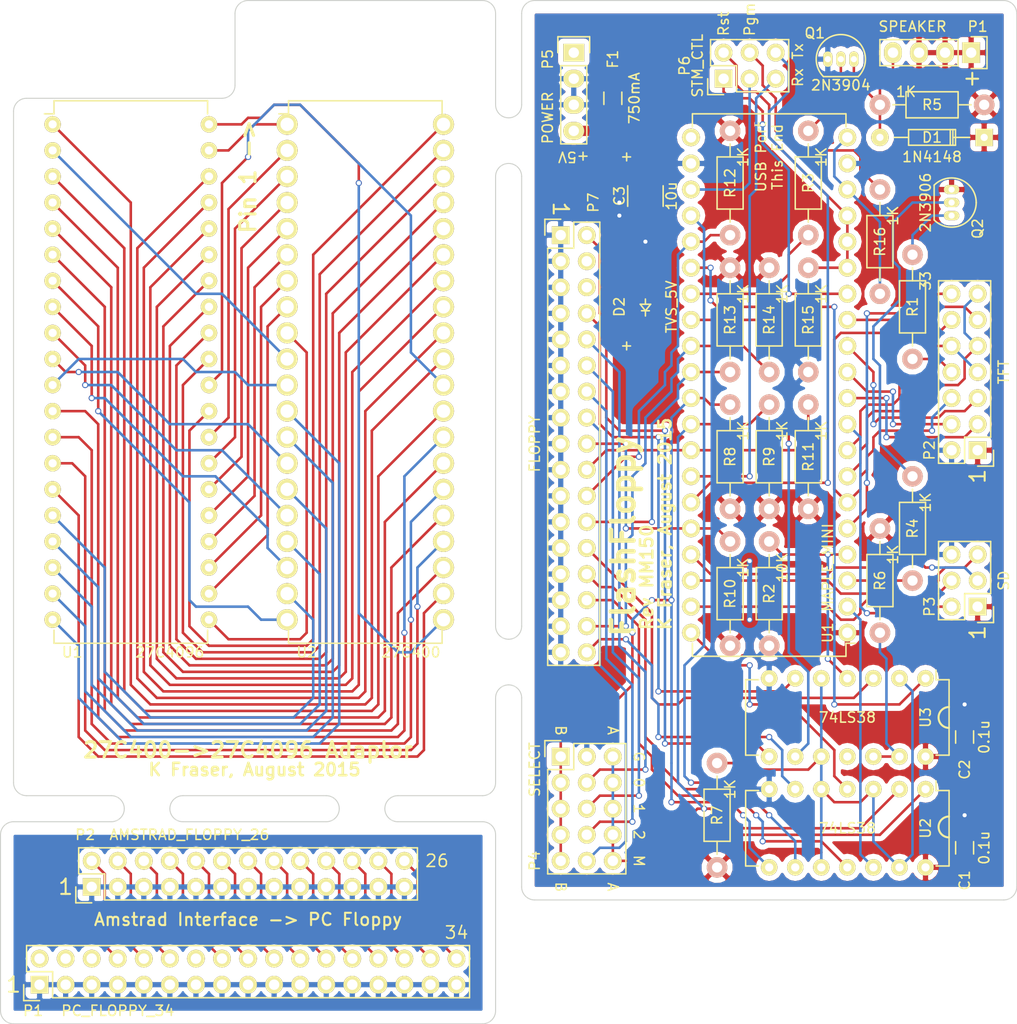
<source format=kicad_pcb>
(kicad_pcb (version 4) (host pcbnew "(after 2015-may-25 BZR unknown)-product")
  (layers (0 F.Cu signal) (31 B.Cu signal) (34 B.Paste user) (35 F.Paste user) (36 B.SilkS user) (37 F.SilkS user) (38 B.Mask user) (39 F.Mask user) (44 Edge.Cuts user))
  (net 0 "")
  (net 1 /P1)
  (net 2 /P2)
  (net 3 /P3)
  (net 4 /P4)
  (net 5 /P5)
  (net 6 /P6)
  (net 7 /P7)
  (net 8 /P8)
  (net 9 /P9)
  (net 10 /P10)
  (net 11 /P11)
  (net 12 /P12)
  (net 13 /P13)
  (net 14 /P14)
  (net 15 /P15)
  (net 16 /P16)
  (net 17 /P17)
  (net 18 /P18)
  (net 19 /P19)
  (net 20 /P20)
  (net 21 /P21)
  (net 22 /P22)
  (net 23 /P23)
  (net 24 /P24)
  (net 25 /P25)
  (net 26 /P26)
  (net 27 /P27)
  (net 28 /P28)
  (net 29 /P29)
  (net 30 /P30)
  (net 31 /P31)
  (net 32 /P32)
  (net 33 /P33)
  (net 34 /P34)
  (net 35 /P35)
  (net 36 /P36)
  (net 37 /P37)
  (net 38 /P38)
  (net 39 /P39)
  (net 40 /P40)
  (net 41 +5V)
  (net 42 GND)
  (net 43 "Net-(D1-Pad2)")
  (net 44 "Net-(F1-Pad1)")
  (net 45 /TFT_CS)
  (net 46 /TFT_RESET)
  (net 47 /TFT_DCRS)
  (net 48 /TFT_MOSI)
  (net 49 /TFT_CK)
  (net 50 /TFT_LED)
  (net 51 /TFT_MISO)
  (net 52 /T_CS)
  (net 53 /T_IRQ)
  (net 54 /SD_CS)
  (net 55 /SD_MOSI)
  (net 56 /SD_CK)
  (net 57 /SD_MISO)
  (net 58 /_SELB)
  (net 59 /_SELA)
  (net 60 /_SEL0)
  (net 61 /_SEL1)
  (net 62 /_SEL2)
  (net 63 /_MTR)
  (net 64 "Net-(P5-Pad1)")
  (net 65 /RESET)
  (net 66 /P_DN)
  (net 67 /BOOT0)
  (net 68 /P_UP)
  (net 69 /SER_RX)
  (net 70 /SER_TX)
  (net 71 /_CHNG)
  (net 72 "Net-(P7-Pad4)")
  (net 73 "Net-(P7-Pad6)")
  (net 74 /_INDEX)
  (net 75 /_DIR)
  (net 76 /_STEP)
  (net 77 /_DKWD)
  (net 78 /_DKWE)
  (net 79 /_TRK0)
  (net 80 /_WRPROT)
  (net 81 /_DKRD)
  (net 82 /_SIDE)
  (net 83 /_RDY)
  (net 84 "Net-(Q1-Pad2)")
  (net 85 "Net-(Q2-Pad2)")
  (net 86 "Net-(Q2-Pad3)")
  (net 87 /INDEX)
  (net 88 /SPK_PWM)
  (net 89 /LED_PWM)
  (net 90 "Net-(R6-Pad2)")
  (net 91 /SEL)
  (net 92 /WRPROT)
  (net 93 /3V3)
  (net 94 /DKRD)
  (net 95 /TRK0)
  (net 96 /CHNG)
  (net 97 /RDY)
  (net 98 "Net-(U3-Pad11)")
  (net 99 "Net-(U1-Pad21)")
  (net 100 /GND)
  (net 101 "Net-(P1-Pad2)")
  (net 102 "Net-(P1-Pad4)")
  (net 103 "Net-(P1-Pad6)")
  (net 104 /IDX)
  (net 105 /SEL0)
  (net 106 /SEL1)
  (net 107 "Net-(P1-Pad14)")
  (net 108 /MTR)
  (net 109 /DIR)
  (net 110 /STEP)
  (net 111 /WDATA)
  (net 112 /WGATE)
  (net 113 /RDATA)
  (net 114 /SIDE)
  (module FF:27C4096 (layer F.Cu) (at 118.11 64.135)
    (fp_text reference U1 (at 1.905 51.435) (layer F.SilkS))
    (fp_text value 27C4096 (at 11.43 51.435) (layer F.SilkS))
    (pad 1 thru_hole oval (at 0 0) (size 1.6 1.6) (drill 0.8) (layers *.Cu *.Mask F.SilkS) (net 1 /P1))
    (pad 2 thru_hole oval (at 0 2.54) (size 1.6 1.6) (drill 0.8) (layers *.Cu *.Mask F.SilkS) (net 2 /P2))
    (pad 3 thru_hole oval (at 0 5.08) (size 1.6 1.6) (drill 0.8) (layers *.Cu *.Mask F.SilkS) (net 3 /P3))
    (pad 4 thru_hole oval (at 0 7.62) (size 1.6 1.6) (drill 0.8) (layers *.Cu *.Mask F.SilkS) (net 4 /P4))
    (pad 5 thru_hole oval (at 0 10.16) (size 1.6 1.6) (drill 0.8) (layers *.Cu *.Mask F.SilkS) (net 5 /P5))
    (pad 6 thru_hole oval (at 0 12.7) (size 1.6 1.6) (drill 0.8) (layers *.Cu *.Mask F.SilkS) (net 6 /P6))
    (pad 7 thru_hole oval (at 0 15.24) (size 1.6 1.6) (drill 0.8) (layers *.Cu *.Mask F.SilkS) (net 7 /P7))
    (pad 8 thru_hole oval (at 0 17.78) (size 1.6 1.6) (drill 0.8) (layers *.Cu *.Mask F.SilkS) (net 8 /P8))
    (pad 9 thru_hole oval (at 0 20.32) (size 1.6 1.6) (drill 0.8) (layers *.Cu *.Mask F.SilkS) (net 9 /P9))
    (pad 10 thru_hole oval (at 0 22.86) (size 1.6 1.6) (drill 0.8) (layers *.Cu *.Mask F.SilkS) (net 10 /P10))
    (pad 11 thru_hole oval (at 0 25.4) (size 1.6 1.6) (drill 0.8) (layers *.Cu *.Mask F.SilkS) (net 11 /P11))
    (pad 12 thru_hole oval (at 0 27.94) (size 1.6 1.6) (drill 0.8) (layers *.Cu *.Mask F.SilkS) (net 12 /P12))
    (pad 13 thru_hole oval (at 0 30.48) (size 1.6 1.6) (drill 0.8) (layers *.Cu *.Mask F.SilkS) (net 13 /P13))
    (pad 14 thru_hole oval (at 0 33.02) (size 1.6 1.6) (drill 0.8) (layers *.Cu *.Mask F.SilkS) (net 14 /P14))
    (pad 15 thru_hole oval (at 0 35.56) (size 1.6 1.6) (drill 0.8) (layers *.Cu *.Mask F.SilkS) (net 15 /P15))
    (pad 16 thru_hole oval (at 0 38.1) (size 1.6 1.6) (drill 0.8) (layers *.Cu *.Mask F.SilkS) (net 16 /P16))
    (pad 17 thru_hole oval (at 0 40.64) (size 1.6 1.6) (drill 0.8) (layers *.Cu *.Mask F.SilkS) (net 17 /P17))
    (pad 18 thru_hole oval (at 0 43.18) (size 1.6 1.6) (drill 0.8) (layers *.Cu *.Mask F.SilkS) (net 18 /P18))
    (pad 19 thru_hole oval (at 0 45.72) (size 1.6 1.6) (drill 0.8) (layers *.Cu *.Mask F.SilkS) (net 19 /P19))
    (pad 20 thru_hole oval (at 0 48.26) (size 1.6 1.6) (drill 0.8) (layers *.Cu *.Mask F.SilkS) (net 20 /P20))
    (pad 21 thru_hole oval (at 15.24 48.26) (size 1.6 1.6) (drill 0.8) (layers *.Cu *.Mask F.SilkS) (net 21 /P21))
    (pad 22 thru_hole oval (at 15.24 45.72) (size 1.6 1.6) (drill 0.8) (layers *.Cu *.Mask F.SilkS) (net 22 /P22))
    (pad 23 thru_hole oval (at 15.24 43.18) (size 1.6 1.6) (drill 0.8) (layers *.Cu *.Mask F.SilkS) (net 23 /P23))
    (pad 24 thru_hole oval (at 15.24 40.64) (size 1.6 1.6) (drill 0.8) (layers *.Cu *.Mask F.SilkS) (net 24 /P24))
    (pad 25 thru_hole oval (at 15.24 38.1) (size 1.6 1.6) (drill 0.8) (layers *.Cu *.Mask F.SilkS) (net 25 /P25))
    (pad 26 thru_hole oval (at 15.24 35.56) (size 1.6 1.6) (drill 0.8) (layers *.Cu *.Mask F.SilkS) (net 26 /P26))
    (pad 27 thru_hole oval (at 15.24 33.02) (size 1.6 1.6) (drill 0.8) (layers *.Cu *.Mask F.SilkS) (net 27 /P27))
    (pad 28 thru_hole oval (at 15.24 30.48) (size 1.6 1.6) (drill 0.8) (layers *.Cu *.Mask F.SilkS) (net 28 /P28))
    (pad 29 thru_hole oval (at 15.24 27.94) (size 1.6 1.6) (drill 0.8) (layers *.Cu *.Mask F.SilkS) (net 29 /P29))
    (pad 30 thru_hole oval (at 15.24 25.4) (size 1.6 1.6) (drill 0.8) (layers *.Cu *.Mask F.SilkS) (net 30 /P30))
    (pad 31 thru_hole oval (at 15.24 22.86) (size 1.6 1.6) (drill 0.8) (layers *.Cu *.Mask F.SilkS) (net 31 /P31))
    (pad 32 thru_hole oval (at 15.24 20.32) (size 1.6 1.6) (drill 0.8) (layers *.Cu *.Mask F.SilkS) (net 32 /P32))
    (pad 33 thru_hole oval (at 15.24 17.78) (size 1.6 1.6) (drill 0.8) (layers *.Cu *.Mask F.SilkS) (net 33 /P33))
    (pad 34 thru_hole oval (at 15.24 15.24) (size 1.6 1.6) (drill 0.8) (layers *.Cu *.Mask F.SilkS) (net 34 /P34))
    (pad 35 thru_hole oval (at 15.24 12.7) (size 1.6 1.6) (drill 0.8) (layers *.Cu *.Mask F.SilkS) (net 35 /P35))
    (pad 36 thru_hole oval (at 15.24 10.16) (size 1.6 1.6) (drill 0.8) (layers *.Cu *.Mask F.SilkS) (net 36 /P36))
    (pad 37 thru_hole oval (at 15.24 7.62) (size 1.6 1.6) (drill 0.8) (layers *.Cu *.Mask F.SilkS) (net 37 /P37))
    (pad 38 thru_hole oval (at 15.24 5.08) (size 1.6 1.6) (drill 0.8) (layers *.Cu *.Mask F.SilkS) (net 38 /P38))
    (pad 39 thru_hole oval (at 15.24 2.54) (size 1.6 1.6) (drill 0.8) (layers *.Cu *.Mask F.SilkS) (net 39 /P39))
    (pad 40 thru_hole oval (at 15.24 0) (size 1.6 1.6) (drill 0.8) (layers *.Cu *.Mask F.SilkS) (net 40 /P40))
  )
  (module FF:27C400 (layer F.Cu) (at 140.97 64.135)
    (fp_text reference U2 (at 1.905 51.435) (layer F.SilkS))
    (fp_text value 27C400 (at 12.065 51.435) (layer F.SilkS))
    (pad 1 thru_hole oval (at 0 0) (size 2.05 2.05) (drill 1.3) (layers *.Cu *.Mask F.SilkS) (net 39 /P39))
    (pad 2 thru_hole oval (at 0 2.54) (size 2.05 2.05) (drill 1.3) (layers *.Cu *.Mask F.SilkS) (net 28 /P28))
    (pad 3 thru_hole oval (at 0 5.08) (size 2.05 2.05) (drill 1.3) (layers *.Cu *.Mask F.SilkS) (net 27 /P27))
    (pad 4 thru_hole oval (at 0 7.62) (size 2.05 2.05) (drill 1.3) (layers *.Cu *.Mask F.SilkS) (net 26 /P26))
    (pad 5 thru_hole oval (at 0 10.16) (size 2.05 2.05) (drill 1.3) (layers *.Cu *.Mask F.SilkS) (net 25 /P25))
    (pad 6 thru_hole oval (at 0 12.7) (size 2.05 2.05) (drill 1.3) (layers *.Cu *.Mask F.SilkS) (net 24 /P24))
    (pad 7 thru_hole oval (at 0 15.24) (size 2.05 2.05) (drill 1.3) (layers *.Cu *.Mask F.SilkS) (net 23 /P23))
    (pad 8 thru_hole oval (at 0 17.78) (size 2.05 2.05) (drill 1.3) (layers *.Cu *.Mask F.SilkS) (net 22 /P22))
    (pad 9 thru_hole oval (at 0 20.32) (size 2.05 2.05) (drill 1.3) (layers *.Cu *.Mask F.SilkS) (net 21 /P21))
    (pad 10 thru_hole oval (at 0 22.86) (size 2.05 2.05) (drill 1.3) (layers *.Cu *.Mask F.SilkS) (net 2 /P2))
    (pad 11 thru_hole oval (at 0 25.4) (size 2.05 2.05) (drill 1.3) (layers *.Cu *.Mask F.SilkS) (net 11 /P11))
    (pad 12 thru_hole oval (at 0 27.94) (size 2.05 2.05) (drill 1.3) (layers *.Cu *.Mask F.SilkS) (net 20 /P20))
    (pad 13 thru_hole oval (at 0 30.48) (size 2.05 2.05) (drill 1.3) (layers *.Cu *.Mask F.SilkS) (net 19 /P19))
    (pad 14 thru_hole oval (at 0 33.02) (size 2.05 2.05) (drill 1.3) (layers *.Cu *.Mask F.SilkS) (net 10 /P10))
    (pad 15 thru_hole oval (at 0 35.56) (size 2.05 2.05) (drill 1.3) (layers *.Cu *.Mask F.SilkS) (net 18 /P18))
    (pad 16 thru_hole oval (at 0 38.1) (size 2.05 2.05) (drill 1.3) (layers *.Cu *.Mask F.SilkS) (net 9 /P9))
    (pad 17 thru_hole oval (at 0 40.64) (size 2.05 2.05) (drill 1.3) (layers *.Cu *.Mask F.SilkS) (net 17 /P17))
    (pad 18 thru_hole oval (at 0 43.18) (size 2.05 2.05) (drill 1.3) (layers *.Cu *.Mask F.SilkS) (net 8 /P8))
    (pad 19 thru_hole oval (at 0 45.72) (size 2.05 2.05) (drill 1.3) (layers *.Cu *.Mask F.SilkS) (net 16 /P16))
    (pad 20 thru_hole oval (at 0 48.26) (size 2.05 2.05) (drill 1.3) (layers *.Cu *.Mask F.SilkS) (net 7 /P7))
    (pad 21 thru_hole oval (at 15.24 48.26) (size 2.05 2.05) (drill 1.3) (layers *.Cu *.Mask F.SilkS) (net 40 /P40))
    (pad 22 thru_hole oval (at 15.24 45.72) (size 2.05 2.05) (drill 1.3) (layers *.Cu *.Mask F.SilkS) (net 15 /P15))
    (pad 23 thru_hole oval (at 15.24 43.18) (size 2.05 2.05) (drill 1.3) (layers *.Cu *.Mask F.SilkS) (net 6 /P6))
    (pad 24 thru_hole oval (at 15.24 40.64) (size 2.05 2.05) (drill 1.3) (layers *.Cu *.Mask F.SilkS) (net 14 /P14))
    (pad 25 thru_hole oval (at 15.24 38.1) (size 2.05 2.05) (drill 1.3) (layers *.Cu *.Mask F.SilkS) (net 5 /P5))
    (pad 26 thru_hole oval (at 15.24 35.56) (size 2.05 2.05) (drill 1.3) (layers *.Cu *.Mask F.SilkS) (net 13 /P13))
    (pad 27 thru_hole oval (at 15.24 33.02) (size 2.05 2.05) (drill 1.3) (layers *.Cu *.Mask F.SilkS) (net 4 /P4))
    (pad 28 thru_hole oval (at 15.24 30.48) (size 2.05 2.05) (drill 1.3) (layers *.Cu *.Mask F.SilkS) (net 12 /P12))
    (pad 29 thru_hole oval (at 15.24 27.94) (size 2.05 2.05) (drill 1.3) (layers *.Cu *.Mask F.SilkS) (net 3 /P3))
    (pad 30 thru_hole oval (at 15.24 25.4) (size 2.05 2.05) (drill 1.3) (layers *.Cu *.Mask F.SilkS) (net 30 /P30))
    (pad 31 thru_hole oval (at 15.24 22.86) (size 2.05 2.05) (drill 1.3) (layers *.Cu *.Mask F.SilkS) (net 1 /P1))
    (pad 32 thru_hole oval (at 15.24 20.32) (size 2.05 2.05) (drill 1.3) (layers *.Cu *.Mask F.SilkS) (net 38 /P38))
    (pad 33 thru_hole oval (at 15.24 17.78) (size 2.05 2.05) (drill 1.3) (layers *.Cu *.Mask F.SilkS) (net 37 /P37))
    (pad 34 thru_hole oval (at 15.24 15.24) (size 2.05 2.05) (drill 1.3) (layers *.Cu *.Mask F.SilkS) (net 36 /P36))
    (pad 35 thru_hole oval (at 15.24 12.7) (size 2.05 2.05) (drill 1.3) (layers *.Cu *.Mask F.SilkS) (net 35 /P35))
    (pad 36 thru_hole oval (at 15.24 10.16) (size 2.05 2.05) (drill 1.3) (layers *.Cu *.Mask F.SilkS) (net 34 /P34))
    (pad 37 thru_hole oval (at 15.24 7.62) (size 2.05 2.05) (drill 1.3) (layers *.Cu *.Mask F.SilkS) (net 33 /P33))
    (pad 38 thru_hole oval (at 15.24 5.08) (size 2.05 2.05) (drill 1.3) (layers *.Cu *.Mask F.SilkS) (net 32 /P32))
    (pad 39 thru_hole oval (at 15.24 2.54) (size 2.05 2.05) (drill 1.3) (layers *.Cu *.Mask F.SilkS) (net 31 /P31))
    (pad 40 thru_hole oval (at 15.24 0) (size 2.05 2.05) (drill 1.3) (layers *.Cu *.Mask F.SilkS) (net 29 /P29))
  )
  (module Diodes_ThroughHole:Diode_DO-35_SOD27_Horizontal_RM10 (layer F.Cu) (at 208.915 65.405 180)
    (fp_text reference D1 (at 5.08 0 180) (layer F.SilkS))
    (fp_text value 1N4148 (at 5.08 -1.905 180) (layer F.SilkS))
    (pad 2 thru_hole circle (at 10.16052 -0.00254) (size 1.69926 1.69926) (drill 0.70104) (layers *.Cu *.Mask F.SilkS) (net 43 "Net-(D1-Pad2)"))
    (pad 1 thru_hole rect (at 0.00052 -0.00254) (size 1.69926 1.69926) (drill 0.70104) (layers *.Cu *.Mask F.SilkS) (net 41 +5V))
  )
  (module Pin_Headers:Pin_Header_Straight_1x04 (layer F.Cu) (at 207.645 57.15 270)
    (fp_text reference P1 (at -2.54 -0.635 360) (layer F.SilkS))
    (fp_text value SPEAKER (at -2.54 5.715 360) (layer F.SilkS))
    (pad 1 thru_hole rect (at 0 0 270) (size 2.032 1.7272) (drill 1.016) (layers *.Cu *.Mask F.SilkS) (net 41 +5V))
    (pad 2 thru_hole oval (at 0 2.54 270) (size 2.032 1.7272) (drill 1.016) (layers *.Cu *.Mask F.SilkS) (net 41 +5V))
    (pad 3 thru_hole oval (at 0 5.08 270) (size 2.032 1.7272) (drill 1.016) (layers *.Cu *.Mask F.SilkS) (net 41 +5V))
    (pad 4 thru_hole oval (at 0 7.62 270) (size 2.032 1.7272) (drill 1.016) (layers *.Cu *.Mask F.SilkS) (net 43 "Net-(D1-Pad2)"))
  )
  (module Pin_Headers:Pin_Header_Straight_2x07 (layer F.Cu) (at 208.28 95.885 180)
    (fp_text reference P2 (at 4.699 0 270) (layer F.SilkS))
    (fp_text value TFT (at -2.54 7.62 270) (layer F.SilkS))
    (pad 1 thru_hole rect (at 0 0 180) (size 1.7272 1.7272) (drill 1.016) (layers *.Cu *.Mask F.SilkS) (net 41 +5V))
    (pad 2 thru_hole oval (at 2.54 0 180) (size 1.7272 1.7272) (drill 1.016) (layers *.Cu *.Mask F.SilkS) (net 42 GND))
    (pad 3 thru_hole oval (at 0 2.54 180) (size 1.7272 1.7272) (drill 1.016) (layers *.Cu *.Mask F.SilkS) (net 45 /TFT_CS))
    (pad 4 thru_hole oval (at 2.54 2.54 180) (size 1.7272 1.7272) (drill 1.016) (layers *.Cu *.Mask F.SilkS) (net 46 /TFT_RESET))
    (pad 5 thru_hole oval (at 0 5.08 180) (size 1.7272 1.7272) (drill 1.016) (layers *.Cu *.Mask F.SilkS) (net 47 /TFT_DCRS))
    (pad 6 thru_hole oval (at 2.54 5.08 180) (size 1.7272 1.7272) (drill 1.016) (layers *.Cu *.Mask F.SilkS) (net 48 /TFT_MOSI))
    (pad 7 thru_hole oval (at 0 7.62 180) (size 1.7272 1.7272) (drill 1.016) (layers *.Cu *.Mask F.SilkS) (net 49 /TFT_CK))
    (pad 8 thru_hole oval (at 2.54 7.62 180) (size 1.7272 1.7272) (drill 1.016) (layers *.Cu *.Mask F.SilkS) (net 50 /TFT_LED))
    (pad 9 thru_hole oval (at 0 10.16 180) (size 1.7272 1.7272) (drill 1.016) (layers *.Cu *.Mask F.SilkS) (net 51 /TFT_MISO))
    (pad 10 thru_hole oval (at 2.54 10.16 180) (size 1.7272 1.7272) (drill 1.016) (layers *.Cu *.Mask F.SilkS) (net 49 /TFT_CK))
    (pad 11 thru_hole oval (at 0 12.7 180) (size 1.7272 1.7272) (drill 1.016) (layers *.Cu *.Mask F.SilkS) (net 52 /T_CS))
    (pad 12 thru_hole oval (at 2.54 12.7 180) (size 1.7272 1.7272) (drill 1.016) (layers *.Cu *.Mask F.SilkS) (net 48 /TFT_MOSI))
    (pad 13 thru_hole oval (at 0 15.24 180) (size 1.7272 1.7272) (drill 1.016) (layers *.Cu *.Mask F.SilkS) (net 51 /TFT_MISO))
    (pad 14 thru_hole oval (at 2.54 15.24 180) (size 1.7272 1.7272) (drill 1.016) (layers *.Cu *.Mask F.SilkS) (net 53 /T_IRQ))
  )
  (module Pin_Headers:Pin_Header_Straight_2x03 (layer F.Cu) (at 208.28 111.125 180)
    (fp_text reference P3 (at 4.699 0 270) (layer F.SilkS))
    (fp_text value SD (at -2.54 2.54 270) (layer F.SilkS))
    (pad 1 thru_hole rect (at 0 0 180) (size 1.7272 1.7272) (drill 1.016) (layers *.Cu *.Mask F.SilkS) (net 41 +5V))
    (pad 2 thru_hole oval (at 2.54 0 180) (size 1.7272 1.7272) (drill 1.016) (layers *.Cu *.Mask F.SilkS) (net 54 /SD_CS))
    (pad 3 thru_hole oval (at 0 2.54 180) (size 1.7272 1.7272) (drill 1.016) (layers *.Cu *.Mask F.SilkS) (net 55 /SD_MOSI))
    (pad 4 thru_hole oval (at 2.54 2.54 180) (size 1.7272 1.7272) (drill 1.016) (layers *.Cu *.Mask F.SilkS) (net 56 /SD_CK))
    (pad 5 thru_hole oval (at 0 5.08 180) (size 1.7272 1.7272) (drill 1.016) (layers *.Cu *.Mask F.SilkS) (net 57 /SD_MISO))
    (pad 6 thru_hole oval (at 2.54 5.08 180) (size 1.7272 1.7272) (drill 1.016) (layers *.Cu *.Mask F.SilkS) (net 42 GND))
  )
  (module FF:Pin_Header_Straight_3x05 (layer F.Cu) (at 167.64 125.73)
    (fp_text reference P4 (at -2.54 10.16 90) (layer F.SilkS))
    (fp_text value SELECT (at -2.54 1.27 90) (layer F.SilkS))
    (pad 15 thru_hole oval (at 5.08 10.16) (size 1.7272 1.7272) (drill 1.016) (layers *.Cu *.Mask F.SilkS) (net 59 /_SELA))
    (pad 14 thru_hole oval (at 5.08 7.62) (size 1.7272 1.7272) (drill 1.016) (layers *.Cu *.Mask F.SilkS) (net 59 /_SELA))
    (pad 13 thru_hole oval (at 5.08 5.08) (size 1.7272 1.7272) (drill 1.016) (layers *.Cu *.Mask F.SilkS) (net 59 /_SELA))
    (pad 12 thru_hole oval (at 5.08 2.54) (size 1.7272 1.7272) (drill 1.016) (layers *.Cu *.Mask F.SilkS) (net 59 /_SELA))
    (pad 11 thru_hole oval (at 5.08 0) (size 1.7272 1.7272) (drill 1.016) (layers *.Cu *.Mask F.SilkS) (net 59 /_SELA))
    (pad 1 thru_hole rect (at 0 0) (size 1.7272 1.7272) (drill 1.016) (layers *.Cu *.Mask F.SilkS) (net 58 /_SELB))
    (pad 6 thru_hole oval (at 2.54 0) (size 1.7272 1.7272) (drill 1.016) (layers *.Cu *.Mask F.SilkS) (net 42 GND))
    (pad 2 thru_hole oval (at 0 2.54) (size 1.7272 1.7272) (drill 1.016) (layers *.Cu *.Mask F.SilkS) (net 58 /_SELB))
    (pad 7 thru_hole oval (at 2.54 2.54) (size 1.7272 1.7272) (drill 1.016) (layers *.Cu *.Mask F.SilkS) (net 60 /_SEL0))
    (pad 3 thru_hole oval (at 0 5.08) (size 1.7272 1.7272) (drill 1.016) (layers *.Cu *.Mask F.SilkS) (net 58 /_SELB))
    (pad 8 thru_hole oval (at 2.54 5.08) (size 1.7272 1.7272) (drill 1.016) (layers *.Cu *.Mask F.SilkS) (net 61 /_SEL1))
    (pad 4 thru_hole oval (at 0 7.62) (size 1.7272 1.7272) (drill 1.016) (layers *.Cu *.Mask F.SilkS) (net 58 /_SELB))
    (pad 9 thru_hole oval (at 2.54 7.62) (size 1.7272 1.7272) (drill 1.016) (layers *.Cu *.Mask F.SilkS) (net 62 /_SEL2))
    (pad 5 thru_hole oval (at 0 10.16) (size 1.7272 1.7272) (drill 1.016) (layers *.Cu *.Mask F.SilkS) (net 58 /_SELB))
    (pad 10 thru_hole oval (at 2.54 10.16) (size 1.7272 1.7272) (drill 1.016) (layers *.Cu *.Mask F.SilkS) (net 63 /_MTR))
  )
  (module Pin_Headers:Pin_Header_Straight_1x04 (layer F.Cu) (at 168.91 57.15)
    (fp_text reference P5 (at -2.54 0.635 90) (layer F.SilkS))
    (fp_text value POWER (at -2.54 6.35 90) (layer F.SilkS))
    (pad 1 thru_hole rect (at 0 0) (size 2.032 1.7272) (drill 1.016) (layers *.Cu *.Mask F.SilkS) (net 64 "Net-(P5-Pad1)"))
    (pad 2 thru_hole oval (at 0 2.54) (size 2.032 1.7272) (drill 1.016) (layers *.Cu *.Mask F.SilkS) (net 42 GND))
    (pad 3 thru_hole oval (at 0 5.08) (size 2.032 1.7272) (drill 1.016) (layers *.Cu *.Mask F.SilkS) (net 42 GND))
    (pad 4 thru_hole oval (at 0 7.62) (size 2.032 1.7272) (drill 1.016) (layers *.Cu *.Mask F.SilkS) (net 44 "Net-(F1-Pad1)"))
  )
  (module Pin_Headers:Pin_Header_Straight_2x03 (layer F.Cu) (at 183.515 59.69 90)
    (fp_text reference P6 (at 1.27 -3.81 270) (layer F.SilkS))
    (fp_text value STM_CTL (at 1.27 -2.54 270) (layer F.SilkS))
    (pad 1 thru_hole rect (at 0 0 90) (size 1.7272 1.7272) (drill 1.016) (layers *.Cu *.Mask F.SilkS) (net 65 /RESET))
    (pad 2 thru_hole oval (at 2.54 0 90) (size 1.7272 1.7272) (drill 1.016) (layers *.Cu *.Mask F.SilkS) (net 66 /P_DN))
    (pad 3 thru_hole oval (at 0 2.54 90) (size 1.7272 1.7272) (drill 1.016) (layers *.Cu *.Mask F.SilkS) (net 67 /BOOT0))
    (pad 4 thru_hole oval (at 2.54 2.54 90) (size 1.7272 1.7272) (drill 1.016) (layers *.Cu *.Mask F.SilkS) (net 68 /P_UP))
    (pad 5 thru_hole oval (at 0 5.08 90) (size 1.7272 1.7272) (drill 1.016) (layers *.Cu *.Mask F.SilkS) (net 69 /SER_RX))
    (pad 6 thru_hole oval (at 2.54 5.08 90) (size 1.7272 1.7272) (drill 1.016) (layers *.Cu *.Mask F.SilkS) (net 70 /SER_TX))
  )
  (module Pin_Headers:Pin_Header_Straight_2x17 (layer F.Cu) (at 167.64 74.93)
    (fp_text reference P7 (at 3.175 -3.175 270) (layer F.SilkS))
    (fp_text value FLOPPY (at -2.54 20.32 270) (layer F.SilkS))
    (pad 1 thru_hole rect (at 0 0) (size 1.7272 1.7272) (drill 1.016) (layers *.Cu *.Mask F.SilkS) (net 42 GND))
    (pad 2 thru_hole oval (at 2.54 0) (size 1.7272 1.7272) (drill 1.016) (layers *.Cu *.Mask F.SilkS) (net 71 /_CHNG))
    (pad 3 thru_hole oval (at 0 2.54) (size 1.7272 1.7272) (drill 1.016) (layers *.Cu *.Mask F.SilkS) (net 42 GND))
    (pad 4 thru_hole oval (at 2.54 2.54) (size 1.7272 1.7272) (drill 1.016) (layers *.Cu *.Mask F.SilkS) (net 72 "Net-(P7-Pad4)"))
    (pad 5 thru_hole oval (at 0 5.08) (size 1.7272 1.7272) (drill 1.016) (layers *.Cu *.Mask F.SilkS) (net 42 GND))
    (pad 6 thru_hole oval (at 2.54 5.08) (size 1.7272 1.7272) (drill 1.016) (layers *.Cu *.Mask F.SilkS) (net 73 "Net-(P7-Pad6)"))
    (pad 7 thru_hole oval (at 0 7.62) (size 1.7272 1.7272) (drill 1.016) (layers *.Cu *.Mask F.SilkS) (net 42 GND))
    (pad 8 thru_hole oval (at 2.54 7.62) (size 1.7272 1.7272) (drill 1.016) (layers *.Cu *.Mask F.SilkS) (net 74 /_INDEX))
    (pad 9 thru_hole oval (at 0 10.16) (size 1.7272 1.7272) (drill 1.016) (layers *.Cu *.Mask F.SilkS) (net 42 GND))
    (pad 10 thru_hole oval (at 2.54 10.16) (size 1.7272 1.7272) (drill 1.016) (layers *.Cu *.Mask F.SilkS) (net 60 /_SEL0))
    (pad 11 thru_hole oval (at 0 12.7) (size 1.7272 1.7272) (drill 1.016) (layers *.Cu *.Mask F.SilkS) (net 42 GND))
    (pad 12 thru_hole oval (at 2.54 12.7) (size 1.7272 1.7272) (drill 1.016) (layers *.Cu *.Mask F.SilkS) (net 61 /_SEL1))
    (pad 13 thru_hole oval (at 0 15.24) (size 1.7272 1.7272) (drill 1.016) (layers *.Cu *.Mask F.SilkS) (net 42 GND))
    (pad 14 thru_hole oval (at 2.54 15.24) (size 1.7272 1.7272) (drill 1.016) (layers *.Cu *.Mask F.SilkS) (net 62 /_SEL2))
    (pad 15 thru_hole oval (at 0 17.78) (size 1.7272 1.7272) (drill 1.016) (layers *.Cu *.Mask F.SilkS) (net 42 GND))
    (pad 16 thru_hole oval (at 2.54 17.78) (size 1.7272 1.7272) (drill 1.016) (layers *.Cu *.Mask F.SilkS) (net 63 /_MTR))
    (pad 17 thru_hole oval (at 0 20.32) (size 1.7272 1.7272) (drill 1.016) (layers *.Cu *.Mask F.SilkS) (net 42 GND))
    (pad 18 thru_hole oval (at 2.54 20.32) (size 1.7272 1.7272) (drill 1.016) (layers *.Cu *.Mask F.SilkS) (net 75 /_DIR))
    (pad 19 thru_hole oval (at 0 22.86) (size 1.7272 1.7272) (drill 1.016) (layers *.Cu *.Mask F.SilkS) (net 42 GND))
    (pad 20 thru_hole oval (at 2.54 22.86) (size 1.7272 1.7272) (drill 1.016) (layers *.Cu *.Mask F.SilkS) (net 76 /_STEP))
    (pad 21 thru_hole oval (at 0 25.4) (size 1.7272 1.7272) (drill 1.016) (layers *.Cu *.Mask F.SilkS) (net 42 GND))
    (pad 22 thru_hole oval (at 2.54 25.4) (size 1.7272 1.7272) (drill 1.016) (layers *.Cu *.Mask F.SilkS) (net 77 /_DKWD))
    (pad 23 thru_hole oval (at 0 27.94) (size 1.7272 1.7272) (drill 1.016) (layers *.Cu *.Mask F.SilkS) (net 42 GND))
    (pad 24 thru_hole oval (at 2.54 27.94) (size 1.7272 1.7272) (drill 1.016) (layers *.Cu *.Mask F.SilkS) (net 78 /_DKWE))
    (pad 25 thru_hole oval (at 0 30.48) (size 1.7272 1.7272) (drill 1.016) (layers *.Cu *.Mask F.SilkS) (net 42 GND))
    (pad 26 thru_hole oval (at 2.54 30.48) (size 1.7272 1.7272) (drill 1.016) (layers *.Cu *.Mask F.SilkS) (net 79 /_TRK0))
    (pad 27 thru_hole oval (at 0 33.02) (size 1.7272 1.7272) (drill 1.016) (layers *.Cu *.Mask F.SilkS) (net 42 GND))
    (pad 28 thru_hole oval (at 2.54 33.02) (size 1.7272 1.7272) (drill 1.016) (layers *.Cu *.Mask F.SilkS) (net 80 /_WRPROT))
    (pad 29 thru_hole oval (at 0 35.56) (size 1.7272 1.7272) (drill 1.016) (layers *.Cu *.Mask F.SilkS) (net 42 GND))
    (pad 30 thru_hole oval (at 2.54 35.56) (size 1.7272 1.7272) (drill 1.016) (layers *.Cu *.Mask F.SilkS) (net 81 /_DKRD))
    (pad 31 thru_hole oval (at 0 38.1) (size 1.7272 1.7272) (drill 1.016) (layers *.Cu *.Mask F.SilkS) (net 42 GND))
    (pad 32 thru_hole oval (at 2.54 38.1) (size 1.7272 1.7272) (drill 1.016) (layers *.Cu *.Mask F.SilkS) (net 82 /_SIDE))
    (pad 33 thru_hole oval (at 0 40.64) (size 1.7272 1.7272) (drill 1.016) (layers *.Cu *.Mask F.SilkS) (net 42 GND))
    (pad 34 thru_hole oval (at 2.54 40.64) (size 1.7272 1.7272) (drill 1.016) (layers *.Cu *.Mask F.SilkS) (net 83 /_RDY))
  )
  (module TO_SOT_Packages_THT:TO-92_Inline_Narrow_Oval (layer F.Cu) (at 193.675 57.785)
    (fp_text reference Q1 (at -1.27 -2.54) (layer F.SilkS))
    (fp_text value 2N3904 (at 1.27 2.54) (layer F.SilkS))
    (pad 2 thru_hole oval (at 1.27 0 180) (size 0.89916 1.50114) (drill 0.6) (layers *.Cu *.Mask F.SilkS) (net 84 "Net-(Q1-Pad2)"))
    (pad 3 thru_hole oval (at 2.54 0 180) (size 0.89916 1.50114) (drill 0.6) (layers *.Cu *.Mask F.SilkS) (net 43 "Net-(D1-Pad2)"))
    (pad 1 thru_hole oval (at 0 0 180) (size 0.89916 1.50114) (drill 0.6) (layers *.Cu *.Mask F.SilkS) (net 42 GND))
  )
  (module TO_SOT_Packages_THT:TO-92_Inline_Narrow_Oval (layer F.Cu) (at 205.74 70.485 270)
    (fp_text reference Q2 (at 3.81 -2.54 270) (layer F.SilkS))
    (fp_text value 2N3906 (at 1.27 2.54 270) (layer F.SilkS))
    (pad 2 thru_hole oval (at 1.27 0 90) (size 0.89916 1.50114) (drill 0.6) (layers *.Cu *.Mask F.SilkS) (net 85 "Net-(Q2-Pad2)"))
    (pad 3 thru_hole oval (at 2.54 0 90) (size 0.89916 1.50114) (drill 0.6) (layers *.Cu *.Mask F.SilkS) (net 86 "Net-(Q2-Pad3)"))
    (pad 1 thru_hole oval (at 0 0 90) (size 0.89916 1.50114) (drill 0.6) (layers *.Cu *.Mask F.SilkS) (net 41 +5V))
  )
  (module Resistors_ThroughHole:Resistor_Horizontal_RM10mm (layer F.Cu) (at 201.93 81.915 270)
    (fp_text reference R1 (at 0 0 450) (layer F.SilkS))
    (fp_text value 33 (at -2.54 -1.27 270) (layer F.SilkS))
    (pad 1 thru_hole circle (at -5.08 0 270) (size 1.99898 1.99898) (drill 1.00076) (layers *.Cu *.SilkS *.Mask) (net 86 "Net-(Q2-Pad3)"))
    (pad 2 thru_hole circle (at 5.08 0 270) (size 1.99898 1.99898) (drill 1.00076) (layers *.Cu *.SilkS *.Mask) (net 50 /TFT_LED))
  )
  (module Resistors_ThroughHole:Resistor_Horizontal_RM10mm (layer F.Cu) (at 187.96 109.855 270)
    (fp_text reference R2 (at 0 0 270) (layer F.SilkS))
    (fp_text value 10K (at -2.54 -1.27 270) (layer F.SilkS))
    (pad 1 thru_hole circle (at -5.08 0 270) (size 1.99898 1.99898) (drill 1.00076) (layers *.Cu *.SilkS *.Mask) (net 87 /INDEX))
    (pad 2 thru_hole circle (at 5.08 0 270) (size 1.99898 1.99898) (drill 1.00076) (layers *.Cu *.SilkS *.Mask) (net 42 GND))
  )
  (module Resistors_ThroughHole:Resistor_Horizontal_RM10mm (layer F.Cu) (at 191.77 69.85 270)
    (fp_text reference R3 (at 0 0 270) (layer F.SilkS))
    (fp_text value 1K (at -2.54 -1.27 270) (layer F.SilkS))
    (pad 1 thru_hole circle (at -5.08 0 270) (size 1.99898 1.99898) (drill 1.00076) (layers *.Cu *.SilkS *.Mask) (net 84 "Net-(Q1-Pad2)"))
    (pad 2 thru_hole circle (at 5.08 0 270) (size 1.99898 1.99898) (drill 1.00076) (layers *.Cu *.SilkS *.Mask) (net 88 /SPK_PWM))
  )
  (module Resistors_ThroughHole:Resistor_Horizontal_RM10mm (layer F.Cu) (at 201.93 103.505 90)
    (fp_text reference R4 (at 0 0 90) (layer F.SilkS))
    (fp_text value 1K (at 2.54 1.27 90) (layer F.SilkS))
    (pad 1 thru_hole circle (at -5.08 0 90) (size 1.99898 1.99898) (drill 1.00076) (layers *.Cu *.SilkS *.Mask) (net 89 /LED_PWM))
    (pad 2 thru_hole circle (at 5.08 0 90) (size 1.99898 1.99898) (drill 1.00076) (layers *.Cu *.SilkS *.Mask) (net 85 "Net-(Q2-Pad2)"))
  )
  (module Resistors_ThroughHole:Resistor_Horizontal_RM10mm (layer F.Cu) (at 203.835 62.23 180)
    (fp_text reference R5 (at 0 0 180) (layer F.SilkS))
    (fp_text value 1K (at 2.54 1.27 180) (layer F.SilkS))
    (pad 1 thru_hole circle (at -5.08 0 180) (size 1.99898 1.99898) (drill 1.00076) (layers *.Cu *.SilkS *.Mask) (net 41 +5V))
    (pad 2 thru_hole circle (at 5.08 0 180) (size 1.99898 1.99898) (drill 1.00076) (layers *.Cu *.SilkS *.Mask) (net 43 "Net-(D1-Pad2)"))
  )
  (module Resistors_ThroughHole:Resistor_Horizontal_RM10mm (layer F.Cu) (at 198.755 108.585 270)
    (fp_text reference R6 (at 0 0 270) (layer F.SilkS))
    (fp_text value 1K (at -2.54 -1.27 270) (layer F.SilkS))
    (pad 1 thru_hole circle (at -5.08 0 270) (size 1.99898 1.99898) (drill 1.00076) (layers *.Cu *.SilkS *.Mask) (net 41 +5V))
    (pad 2 thru_hole circle (at 5.08 0 270) (size 1.99898 1.99898) (drill 1.00076) (layers *.Cu *.SilkS *.Mask) (net 90 "Net-(R6-Pad2)"))
  )
  (module Resistors_ThroughHole:Resistor_Horizontal_RM10mm (layer F.Cu) (at 182.88 131.445 90)
    (fp_text reference R7 (at 0 0 90) (layer F.SilkS))
    (fp_text value 1K (at 2.54 1.27 90) (layer F.SilkS))
    (pad 1 thru_hole circle (at -5.08 0 90) (size 1.99898 1.99898) (drill 1.00076) (layers *.Cu *.SilkS *.Mask) (net 41 +5V))
    (pad 2 thru_hole circle (at 5.08 0 90) (size 1.99898 1.99898) (drill 1.00076) (layers *.Cu *.SilkS *.Mask) (net 91 /SEL))
  )
  (module Resistors_ThroughHole:Resistor_Horizontal_RM10mm (layer F.Cu) (at 184.15 96.52 90)
    (fp_text reference R8 (at 0 0 90) (layer F.SilkS))
    (fp_text value 1K (at 2.54 1.27 90) (layer F.SilkS))
    (pad 1 thru_hole circle (at -5.08 0 90) (size 1.99898 1.99898) (drill 1.00076) (layers *.Cu *.SilkS *.Mask) (net 41 +5V))
    (pad 2 thru_hole circle (at 5.08 0 90) (size 1.99898 1.99898) (drill 1.00076) (layers *.Cu *.SilkS *.Mask) (net 58 /_SELB))
  )
  (module Resistors_ThroughHole:Resistor_Horizontal_RM10mm (layer F.Cu) (at 187.96 96.52 90)
    (fp_text reference R9 (at 0 0 90) (layer F.SilkS))
    (fp_text value 1K (at 2.54 1.27 90) (layer F.SilkS))
    (pad 1 thru_hole circle (at -5.08 0 90) (size 1.99898 1.99898) (drill 1.00076) (layers *.Cu *.SilkS *.Mask) (net 41 +5V))
    (pad 2 thru_hole circle (at 5.08 0 90) (size 1.99898 1.99898) (drill 1.00076) (layers *.Cu *.SilkS *.Mask) (net 59 /_SELA))
  )
  (module Resistors_ThroughHole:Resistor_Horizontal_RM10mm (layer F.Cu) (at 184.15 109.855 90)
    (fp_text reference R10 (at 0 0 90) (layer F.SilkS))
    (fp_text value 1K (at 2.54 1.27 90) (layer F.SilkS))
    (pad 1 thru_hole circle (at -5.08 0 90) (size 1.99898 1.99898) (drill 1.00076) (layers *.Cu *.SilkS *.Mask) (net 41 +5V))
    (pad 2 thru_hole circle (at 5.08 0 90) (size 1.99898 1.99898) (drill 1.00076) (layers *.Cu *.SilkS *.Mask) (net 75 /_DIR))
  )
  (module Resistors_ThroughHole:Resistor_Horizontal_RM10mm (layer F.Cu) (at 191.77 96.52 90)
    (fp_text reference R11 (at 0 0 90) (layer F.SilkS))
    (fp_text value 1K (at 2.54 1.27 90) (layer F.SilkS))
    (pad 1 thru_hole circle (at -5.08 0 90) (size 1.99898 1.99898) (drill 1.00076) (layers *.Cu *.SilkS *.Mask) (net 41 +5V))
    (pad 2 thru_hole circle (at 5.08 0 90) (size 1.99898 1.99898) (drill 1.00076) (layers *.Cu *.SilkS *.Mask) (net 76 /_STEP))
  )
  (module Resistors_ThroughHole:Resistor_Horizontal_RM10mm (layer F.Cu) (at 184.15 69.85 270)
    (fp_text reference R12 (at 0 0 270) (layer F.SilkS))
    (fp_text value 1K (at -2.54 -1.27 270) (layer F.SilkS))
    (pad 1 thru_hole circle (at -5.08 0 270) (size 1.99898 1.99898) (drill 1.00076) (layers *.Cu *.SilkS *.Mask) (net 41 +5V))
    (pad 2 thru_hole circle (at 5.08 0 270) (size 1.99898 1.99898) (drill 1.00076) (layers *.Cu *.SilkS *.Mask) (net 77 /_DKWD))
  )
  (module Resistors_ThroughHole:Resistor_Horizontal_RM10mm (layer F.Cu) (at 184.15 83.185 270)
    (fp_text reference R13 (at 0 0 270) (layer F.SilkS))
    (fp_text value 1K (at -2.54 -1.27 270) (layer F.SilkS))
    (pad 1 thru_hole circle (at -5.08 0 270) (size 1.99898 1.99898) (drill 1.00076) (layers *.Cu *.SilkS *.Mask) (net 41 +5V))
    (pad 2 thru_hole circle (at 5.08 0 270) (size 1.99898 1.99898) (drill 1.00076) (layers *.Cu *.SilkS *.Mask) (net 78 /_DKWE))
  )
  (module Resistors_ThroughHole:Resistor_Horizontal_RM10mm (layer F.Cu) (at 187.96 83.185 270)
    (fp_text reference R14 (at 0 0 270) (layer F.SilkS))
    (fp_text value 1K (at -2.54 -1.27 270) (layer F.SilkS))
    (pad 1 thru_hole circle (at -5.08 0 270) (size 1.99898 1.99898) (drill 1.00076) (layers *.Cu *.SilkS *.Mask) (net 41 +5V))
    (pad 2 thru_hole circle (at 5.08 0 270) (size 1.99898 1.99898) (drill 1.00076) (layers *.Cu *.SilkS *.Mask) (net 82 /_SIDE))
  )
  (module Resistors_ThroughHole:Resistor_Horizontal_RM10mm (layer F.Cu) (at 191.77 83.185 90)
    (fp_text reference R15 (at 0 0 90) (layer F.SilkS))
    (fp_text value 1K (at 2.54 1.27 90) (layer F.SilkS))
    (pad 1 thru_hole circle (at -5.08 0 90) (size 1.99898 1.99898) (drill 1.00076) (layers *.Cu *.SilkS *.Mask) (net 42 GND))
    (pad 2 thru_hole circle (at 5.08 0 90) (size 1.99898 1.99898) (drill 1.00076) (layers *.Cu *.SilkS *.Mask) (net 66 /P_DN))
  )
  (module Resistors_ThroughHole:Resistor_Horizontal_RM10mm (layer F.Cu) (at 198.755 75.565 90)
    (fp_text reference R16 (at 0 0 90) (layer F.SilkS))
    (fp_text value 1K (at 2.54 1.27 90) (layer F.SilkS))
    (pad 1 thru_hole circle (at -5.08 0 90) (size 1.99898 1.99898) (drill 1.00076) (layers *.Cu *.SilkS *.Mask) (net 93 /3V3))
    (pad 2 thru_hole circle (at 5.08 0 90) (size 1.99898 1.99898) (drill 1.00076) (layers *.Cu *.SilkS *.Mask) (net 68 /P_UP))
  )
  (module Housings_DIP:DIP-14_W7.62mm (layer F.Cu) (at 203.2 128.905 270)
    (fp_text reference U2 (at 3.81 0 270) (layer F.SilkS))
    (fp_text value 74LS38 (at 3.81 7.62 360) (layer F.SilkS))
    (pad 1 thru_hole oval (at 0 0 270) (size 1.6 1.6) (drill 0.8) (layers *.Cu *.Mask F.SilkS) (net 59 /_SELA))
    (pad 2 thru_hole oval (at 0 2.54 270) (size 1.6 1.6) (drill 0.8) (layers *.Cu *.Mask F.SilkS) (net 58 /_SELB))
    (pad 3 thru_hole oval (at 0 5.08 270) (size 1.6 1.6) (drill 0.8) (layers *.Cu *.Mask F.SilkS) (net 91 /SEL))
    (pad 4 thru_hole oval (at 0 7.62 270) (size 1.6 1.6) (drill 0.8) (layers *.Cu *.Mask F.SilkS) (net 97 /RDY))
    (pad 5 thru_hole oval (at 0 10.16 270) (size 1.6 1.6) (drill 0.8) (layers *.Cu *.Mask F.SilkS) (net 91 /SEL))
    (pad 6 thru_hole oval (at 0 12.7 270) (size 1.6 1.6) (drill 0.8) (layers *.Cu *.Mask F.SilkS) (net 83 /_RDY))
    (pad 7 thru_hole oval (at 0 15.24 270) (size 1.6 1.6) (drill 0.8) (layers *.Cu *.Mask F.SilkS) (net 42 GND))
    (pad 8 thru_hole oval (at 7.62 15.24 270) (size 1.6 1.6) (drill 0.8) (layers *.Cu *.Mask F.SilkS) (net 81 /_DKRD))
    (pad 9 thru_hole oval (at 7.62 12.7 270) (size 1.6 1.6) (drill 0.8) (layers *.Cu *.Mask F.SilkS) (net 94 /DKRD))
    (pad 10 thru_hole oval (at 7.62 10.16 270) (size 1.6 1.6) (drill 0.8) (layers *.Cu *.Mask F.SilkS) (net 91 /SEL))
    (pad 11 thru_hole oval (at 7.62 7.62 270) (size 1.6 1.6) (drill 0.8) (layers *.Cu *.Mask F.SilkS) (net 80 /_WRPROT))
    (pad 12 thru_hole oval (at 7.62 5.08 270) (size 1.6 1.6) (drill 0.8) (layers *.Cu *.Mask F.SilkS) (net 92 /WRPROT))
    (pad 13 thru_hole oval (at 7.62 2.54 270) (size 1.6 1.6) (drill 0.8) (layers *.Cu *.Mask F.SilkS) (net 91 /SEL))
    (pad 14 thru_hole oval (at 7.62 0 270) (size 1.6 1.6) (drill 0.8) (layers *.Cu *.Mask F.SilkS) (net 41 +5V))
  )
  (module Housings_DIP:DIP-14_W7.62mm (layer F.Cu) (at 203.2 118.11 270)
    (fp_text reference U3 (at 3.81 0 270) (layer F.SilkS))
    (fp_text value 74LS38 (at 3.81 7.62 360) (layer F.SilkS))
    (pad 1 thru_hole oval (at 0 0 270) (size 1.6 1.6) (drill 0.8) (layers *.Cu *.Mask F.SilkS) (net 95 /TRK0))
    (pad 2 thru_hole oval (at 0 2.54 270) (size 1.6 1.6) (drill 0.8) (layers *.Cu *.Mask F.SilkS) (net 91 /SEL))
    (pad 3 thru_hole oval (at 0 5.08 270) (size 1.6 1.6) (drill 0.8) (layers *.Cu *.Mask F.SilkS) (net 79 /_TRK0))
    (pad 4 thru_hole oval (at 0 7.62 270) (size 1.6 1.6) (drill 0.8) (layers *.Cu *.Mask F.SilkS) (net 87 /INDEX))
    (pad 5 thru_hole oval (at 0 10.16 270) (size 1.6 1.6) (drill 0.8) (layers *.Cu *.Mask F.SilkS) (net 91 /SEL))
    (pad 6 thru_hole oval (at 0 12.7 270) (size 1.6 1.6) (drill 0.8) (layers *.Cu *.Mask F.SilkS) (net 74 /_INDEX))
    (pad 7 thru_hole oval (at 0 15.24 270) (size 1.6 1.6) (drill 0.8) (layers *.Cu *.Mask F.SilkS) (net 42 GND))
    (pad 8 thru_hole oval (at 7.62 15.24 270) (size 1.6 1.6) (drill 0.8) (layers *.Cu *.Mask F.SilkS) (net 71 /_CHNG))
    (pad 9 thru_hole oval (at 7.62 12.7 270) (size 1.6 1.6) (drill 0.8) (layers *.Cu *.Mask F.SilkS) (net 96 /CHNG))
    (pad 10 thru_hole oval (at 7.62 10.16 270) (size 1.6 1.6) (drill 0.8) (layers *.Cu *.Mask F.SilkS) (net 91 /SEL))
    (pad 11 thru_hole oval (at 7.62 7.62 270) (size 1.6 1.6) (drill 0.8) (layers *.Cu *.Mask F.SilkS) (net 98 "Net-(U3-Pad11)"))
    (pad 12 thru_hole oval (at 7.62 5.08 270) (size 1.6 1.6) (drill 0.8) (layers *.Cu *.Mask F.SilkS) (net 90 "Net-(R6-Pad2)"))
    (pad 13 thru_hole oval (at 7.62 2.54 270) (size 1.6 1.6) (drill 0.8) (layers *.Cu *.Mask F.SilkS) (net 90 "Net-(R6-Pad2)"))
    (pad 14 thru_hole oval (at 7.62 0 270) (size 1.6 1.6) (drill 0.8) (layers *.Cu *.Mask F.SilkS) (net 41 +5V))
  )
  (module FF:MMini-DIP-40 (layer F.Cu) (at 195.58 113.665 180)
    (fp_text reference U1 (at 1.905 0 270) (layer F.SilkS))
    (fp_text value MAPLE_MINI (at 1.905 6.35 450) (layer F.SilkS))
    (pad 1 thru_hole oval (at 0 0 180) (size 1.7272 1.7272) (drill 1.016) (layers *.Cu *.Mask F.SilkS) (net 41 +5V))
    (pad 2 thru_hole oval (at 0 2.54 180) (size 1.7272 1.7272) (drill 1.016) (layers *.Cu *.Mask F.SilkS) (net 92 /WRPROT))
    (pad 3 thru_hole oval (at 0 5.08 180) (size 1.7272 1.7272) (drill 1.016) (layers *.Cu *.Mask F.SilkS) (net 89 /LED_PWM))
    (pad 4 thru_hole oval (at 0 7.62 180) (size 1.7272 1.7272) (drill 1.016) (layers *.Cu *.Mask F.SilkS) (net 87 /INDEX))
    (pad 5 thru_hole oval (at 0 10.16 180) (size 1.7272 1.7272) (drill 1.016) (layers *.Cu *.Mask F.SilkS) (net 53 /T_IRQ))
    (pad 6 thru_hole oval (at 0 12.7 180) (size 1.7272 1.7272) (drill 1.016) (layers *.Cu *.Mask F.SilkS) (net 48 /TFT_MOSI))
    (pad 7 thru_hole oval (at 0 15.24 180) (size 1.7272 1.7272) (drill 1.016) (layers *.Cu *.Mask F.SilkS) (net 51 /TFT_MISO))
    (pad 8 thru_hole oval (at 0 17.78 180) (size 1.7272 1.7272) (drill 1.016) (layers *.Cu *.Mask F.SilkS) (net 49 /TFT_CK))
    (pad 9 thru_hole oval (at 0 20.32 180) (size 1.7272 1.7272) (drill 1.016) (layers *.Cu *.Mask F.SilkS) (net 54 /SD_CS))
    (pad 10 thru_hole oval (at 0 22.86 180) (size 1.7272 1.7272) (drill 1.016) (layers *.Cu *.Mask F.SilkS) (net 45 /TFT_CS))
    (pad 11 thru_hole oval (at 0 25.4 180) (size 1.7272 1.7272) (drill 1.016) (layers *.Cu *.Mask F.SilkS) (net 46 /TFT_RESET))
    (pad 12 thru_hole oval (at 0 27.94 180) (size 1.7272 1.7272) (drill 1.016) (layers *.Cu *.Mask F.SilkS) (net 47 /TFT_DCRS))
    (pad 13 thru_hole oval (at 0 30.48 180) (size 1.7272 1.7272) (drill 1.016) (layers *.Cu *.Mask F.SilkS) (net 52 /T_CS))
    (pad 14 thru_hole oval (at 0 33.02 180) (size 1.7272 1.7272) (drill 1.016) (layers *.Cu *.Mask F.SilkS) (net 65 /RESET))
    (pad 15 thru_hole oval (at 0 35.56 180) (size 1.7272 1.7272) (drill 1.016) (layers *.Cu *.Mask F.SilkS) (net 66 /P_DN))
    (pad 16 thru_hole oval (at 0 38.1 180) (size 1.7272 1.7272) (drill 1.016) (layers *.Cu *.Mask F.SilkS) (net 66 /P_DN))
    (pad 17 thru_hole oval (at 0 40.64 180) (size 1.7272 1.7272) (drill 1.016) (layers *.Cu *.Mask F.SilkS) (net 66 /P_DN))
    (pad 18 thru_hole oval (at 0 43.18 180) (size 1.7272 1.7272) (drill 1.016) (layers *.Cu *.Mask F.SilkS) (net 93 /3V3))
    (pad 19 thru_hole oval (at 0 45.72 180) (size 1.7272 1.7272) (drill 1.016) (layers *.Cu *.Mask F.SilkS) (net 42 GND))
    (pad 20 thru_hole oval (at 0 48.26 180) (size 1.7272 1.7272) (drill 1.016) (layers *.Cu *.Mask F.SilkS) (net 93 /3V3))
    (pad 21 thru_hole oval (at 15.24 48.26 180) (size 1.7272 1.7272) (drill 1.016) (layers *.Cu *.Mask F.SilkS) (net 99 "Net-(U1-Pad21)"))
    (pad 22 thru_hole oval (at 15.24 45.72 180) (size 1.7272 1.7272) (drill 1.016) (layers *.Cu *.Mask F.SilkS) (net 42 GND))
    (pad 23 thru_hole oval (at 15.24 43.18 180) (size 1.7272 1.7272) (drill 1.016) (layers *.Cu *.Mask F.SilkS) (net 67 /BOOT0))
    (pad 24 thru_hole oval (at 15.24 40.64 180) (size 1.7272 1.7272) (drill 1.016) (layers *.Cu *.Mask F.SilkS) (net 94 /DKRD))
    (pad 25 thru_hole oval (at 15.24 38.1 180) (size 1.7272 1.7272) (drill 1.016) (layers *.Cu *.Mask F.SilkS) (net 77 /_DKWD))
    (pad 26 thru_hole oval (at 15.24 35.56 180) (size 1.7272 1.7272) (drill 1.016) (layers *.Cu *.Mask F.SilkS) (net 95 /TRK0))
    (pad 27 thru_hole oval (at 15.24 33.02 180) (size 1.7272 1.7272) (drill 1.016) (layers *.Cu *.Mask F.SilkS) (net 88 /SPK_PWM))
    (pad 28 thru_hole oval (at 15.24 30.48 180) (size 1.7272 1.7272) (drill 1.016) (layers *.Cu *.Mask F.SilkS) (net 96 /CHNG))
    (pad 29 thru_hole oval (at 15.24 27.94 180) (size 1.7272 1.7272) (drill 1.016) (layers *.Cu *.Mask F.SilkS) (net 82 /_SIDE))
    (pad 30 thru_hole oval (at 15.24 25.4 180) (size 1.7272 1.7272) (drill 1.016) (layers *.Cu *.Mask F.SilkS) (net 78 /_DKWE))
    (pad 31 thru_hole oval (at 15.24 22.86 180) (size 1.7272 1.7272) (drill 1.016) (layers *.Cu *.Mask F.SilkS) (net 58 /_SELB))
    (pad 32 thru_hole oval (at 15.24 20.32 180) (size 1.7272 1.7272) (drill 1.016) (layers *.Cu *.Mask F.SilkS) (net 59 /_SELA))
    (pad 33 thru_hole oval (at 15.24 17.78 180) (size 1.7272 1.7272) (drill 1.016) (layers *.Cu *.Mask F.SilkS) (net 76 /_STEP))
    (pad 34 thru_hole oval (at 15.24 15.24 180) (size 1.7272 1.7272) (drill 1.016) (layers *.Cu *.Mask F.SilkS) (net 69 /SER_RX))
    (pad 35 thru_hole oval (at 15.24 12.7 180) (size 1.7272 1.7272) (drill 1.016) (layers *.Cu *.Mask F.SilkS) (net 70 /SER_TX))
    (pad 36 thru_hole oval (at 15.24 10.16 180) (size 1.7272 1.7272) (drill 1.016) (layers *.Cu *.Mask F.SilkS) (net 75 /_DIR))
    (pad 37 thru_hole oval (at 15.24 7.62 180) (size 1.7272 1.7272) (drill 1.016) (layers *.Cu *.Mask F.SilkS) (net 55 /SD_MOSI))
    (pad 38 thru_hole oval (at 15.24 5.08 180) (size 1.7272 1.7272) (drill 1.016) (layers *.Cu *.Mask F.SilkS) (net 57 /SD_MISO))
    (pad 39 thru_hole oval (at 15.24 2.54 180) (size 1.7272 1.7272) (drill 1.016) (layers *.Cu *.Mask F.SilkS) (net 56 /SD_CK))
    (pad 40 thru_hole oval (at 15.24 0 180) (size 1.7272 1.7272) (drill 1.016) (layers *.Cu *.Mask F.SilkS) (net 97 /RDY))
  )
  (module Resistors_SMD:R_0805_HandSoldering (layer F.Cu) (at 207.01 134.62 90)
    (fp_text reference C1 (at -3.175 0 90) (layer F.SilkS))
    (fp_text value 0.1u (at 0 1.905 90) (layer F.SilkS))
    (pad 1 smd rect (at -1.35 0 90) (size 1.5 1.3) (layers F.Cu F.Paste F.Mask) (net 41 +5V))
    (pad 2 smd rect (at 1.35 0 90) (size 1.5 1.3) (layers F.Cu F.Paste F.Mask) (net 42 GND))
  )
  (module Resistors_SMD:R_0805_HandSoldering (layer F.Cu) (at 207.01 123.825 90)
    (fp_text reference C2 (at -3.175 0 90) (layer F.SilkS))
    (fp_text value 0.1u (at 0 1.905 90) (layer F.SilkS))
    (pad 1 smd rect (at -1.35 0 90) (size 1.5 1.3) (layers F.Cu F.Paste F.Mask) (net 41 +5V))
    (pad 2 smd rect (at 1.35 0 90) (size 1.5 1.3) (layers F.Cu F.Paste F.Mask) (net 42 GND))
  )
  (module FF:C_3528 (layer F.Cu) (at 175.895 71.12 270)
    (fp_text reference C3 (at 0 2.54 270) (layer F.SilkS))
    (fp_text value 10u (at 0 -2.54 270) (layer F.SilkS))
    (pad 1 smd rect (at -2.135 0 270) (size 2.6 2.6) (layers F.Cu F.Paste F.Mask) (net 41 +5V))
    (pad 2 smd rect (at 2.065 0 270) (size 2.6 2.6) (layers F.Cu F.Paste F.Mask) (net 42 GND))
  )
  (module FF:D_SOD128 (layer F.Cu) (at 175.895 81.915 90)
    (fp_text reference D2 (at 0 -2.54 90) (layer F.SilkS))
    (fp_text value TVS_5V (at 0 2.54 90) (layer F.SilkS))
    (pad 1 smd rect (at -2.45 0 90) (size 2.5 2.2) (layers F.Cu F.Paste F.Mask) (net 41 +5V))
    (pad 2 smd rect (at 2.45 0 90) (size 2.5 2.2) (layers F.Cu F.Paste F.Mask) (net 42 GND))
  )
  (module Resistors_SMD:R_0805_HandSoldering (layer F.Cu) (at 172.72 61.595 90)
    (fp_text reference F1 (at 3.81 0 90) (layer F.SilkS))
    (fp_text value 750mA (at 0 2.1 90) (layer F.SilkS))
    (pad 1 smd rect (at -1.35 0 90) (size 1.5 1.3) (layers F.Cu F.Paste F.Mask) (net 44 "Net-(F1-Pad1)"))
    (pad 2 smd rect (at 1.35 0 90) (size 1.5 1.3) (layers F.Cu F.Paste F.Mask) (net 41 +5V))
  )
  (module Pin_Headers:Pin_Header_Straight_2x17 (layer F.Cu) (at 116.84 147.955 90)
    (fp_text reference P1 (at -2.54 -0.635 180) (layer F.SilkS))
    (fp_text value PC_FLOPPY_34 (at -2.54 7.62 180) (layer F.SilkS))
    (pad 1 thru_hole rect (at 0 0 90) (size 1.7272 1.7272) (drill 1.016) (layers *.Cu *.Mask F.SilkS) (net 100 /GND))
    (pad 2 thru_hole oval (at 2.54 0 90) (size 1.7272 1.7272) (drill 1.016) (layers *.Cu *.Mask F.SilkS) (net 101 "Net-(P1-Pad2)"))
    (pad 3 thru_hole oval (at 0 2.54 90) (size 1.7272 1.7272) (drill 1.016) (layers *.Cu *.Mask F.SilkS) (net 100 /GND))
    (pad 4 thru_hole oval (at 2.54 2.54 90) (size 1.7272 1.7272) (drill 1.016) (layers *.Cu *.Mask F.SilkS) (net 102 "Net-(P1-Pad4)"))
    (pad 5 thru_hole oval (at 0 5.08 90) (size 1.7272 1.7272) (drill 1.016) (layers *.Cu *.Mask F.SilkS) (net 100 /GND))
    (pad 6 thru_hole oval (at 2.54 5.08 90) (size 1.7272 1.7272) (drill 1.016) (layers *.Cu *.Mask F.SilkS) (net 103 "Net-(P1-Pad6)"))
    (pad 7 thru_hole oval (at 0 7.62 90) (size 1.7272 1.7272) (drill 1.016) (layers *.Cu *.Mask F.SilkS) (net 100 /GND))
    (pad 8 thru_hole oval (at 2.54 7.62 90) (size 1.7272 1.7272) (drill 1.016) (layers *.Cu *.Mask F.SilkS) (net 104 /IDX))
    (pad 9 thru_hole oval (at 0 10.16 90) (size 1.7272 1.7272) (drill 1.016) (layers *.Cu *.Mask F.SilkS) (net 100 /GND))
    (pad 10 thru_hole oval (at 2.54 10.16 90) (size 1.7272 1.7272) (drill 1.016) (layers *.Cu *.Mask F.SilkS) (net 105 /SEL0))
    (pad 11 thru_hole oval (at 0 12.7 90) (size 1.7272 1.7272) (drill 1.016) (layers *.Cu *.Mask F.SilkS) (net 100 /GND))
    (pad 12 thru_hole oval (at 2.54 12.7 90) (size 1.7272 1.7272) (drill 1.016) (layers *.Cu *.Mask F.SilkS) (net 106 /SEL1))
    (pad 13 thru_hole oval (at 0 15.24 90) (size 1.7272 1.7272) (drill 1.016) (layers *.Cu *.Mask F.SilkS) (net 100 /GND))
    (pad 14 thru_hole oval (at 2.54 15.24 90) (size 1.7272 1.7272) (drill 1.016) (layers *.Cu *.Mask F.SilkS) (net 107 "Net-(P1-Pad14)"))
    (pad 15 thru_hole oval (at 0 17.78 90) (size 1.7272 1.7272) (drill 1.016) (layers *.Cu *.Mask F.SilkS) (net 100 /GND))
    (pad 16 thru_hole oval (at 2.54 17.78 90) (size 1.7272 1.7272) (drill 1.016) (layers *.Cu *.Mask F.SilkS) (net 108 /MTR))
    (pad 17 thru_hole oval (at 0 20.32 90) (size 1.7272 1.7272) (drill 1.016) (layers *.Cu *.Mask F.SilkS) (net 100 /GND))
    (pad 18 thru_hole oval (at 2.54 20.32 90) (size 1.7272 1.7272) (drill 1.016) (layers *.Cu *.Mask F.SilkS) (net 109 /DIR))
    (pad 19 thru_hole oval (at 0 22.86 90) (size 1.7272 1.7272) (drill 1.016) (layers *.Cu *.Mask F.SilkS) (net 100 /GND))
    (pad 20 thru_hole oval (at 2.54 22.86 90) (size 1.7272 1.7272) (drill 1.016) (layers *.Cu *.Mask F.SilkS) (net 110 /STEP))
    (pad 21 thru_hole oval (at 0 25.4 90) (size 1.7272 1.7272) (drill 1.016) (layers *.Cu *.Mask F.SilkS) (net 100 /GND))
    (pad 22 thru_hole oval (at 2.54 25.4 90) (size 1.7272 1.7272) (drill 1.016) (layers *.Cu *.Mask F.SilkS) (net 111 /WDATA))
    (pad 23 thru_hole oval (at 0 27.94 90) (size 1.7272 1.7272) (drill 1.016) (layers *.Cu *.Mask F.SilkS) (net 100 /GND))
    (pad 24 thru_hole oval (at 2.54 27.94 90) (size 1.7272 1.7272) (drill 1.016) (layers *.Cu *.Mask F.SilkS) (net 112 /WGATE))
    (pad 25 thru_hole oval (at 0 30.48 90) (size 1.7272 1.7272) (drill 1.016) (layers *.Cu *.Mask F.SilkS) (net 100 /GND))
    (pad 26 thru_hole oval (at 2.54 30.48 90) (size 1.7272 1.7272) (drill 1.016) (layers *.Cu *.Mask F.SilkS) (net 95 /TRK0))
    (pad 27 thru_hole oval (at 0 33.02 90) (size 1.7272 1.7272) (drill 1.016) (layers *.Cu *.Mask F.SilkS) (net 100 /GND))
    (pad 28 thru_hole oval (at 2.54 33.02 90) (size 1.7272 1.7272) (drill 1.016) (layers *.Cu *.Mask F.SilkS) (net 92 /WRPROT))
    (pad 29 thru_hole oval (at 0 35.56 90) (size 1.7272 1.7272) (drill 1.016) (layers *.Cu *.Mask F.SilkS) (net 100 /GND))
    (pad 30 thru_hole oval (at 2.54 35.56 90) (size 1.7272 1.7272) (drill 1.016) (layers *.Cu *.Mask F.SilkS) (net 113 /RDATA))
    (pad 31 thru_hole oval (at 0 38.1 90) (size 1.7272 1.7272) (drill 1.016) (layers *.Cu *.Mask F.SilkS) (net 100 /GND))
    (pad 32 thru_hole oval (at 2.54 38.1 90) (size 1.7272 1.7272) (drill 1.016) (layers *.Cu *.Mask F.SilkS) (net 114 /SIDE))
    (pad 33 thru_hole oval (at 0 40.64 90) (size 1.7272 1.7272) (drill 1.016) (layers *.Cu *.Mask F.SilkS) (net 100 /GND))
    (pad 34 thru_hole oval (at 2.54 40.64 90) (size 1.7272 1.7272) (drill 1.016) (layers *.Cu *.Mask F.SilkS) (net 97 /RDY))
  )
  (module Pin_Headers:Pin_Header_Straight_2x13 (layer F.Cu) (at 121.92 138.43 90)
    (fp_text reference P2 (at 5.08 -0.635 180) (layer F.SilkS))
    (fp_text value AMSTRAD_FLOPPY_26 (at 5.08 9.525 180) (layer F.SilkS))
    (pad 1 thru_hole rect (at 0 0 90) (size 1.7272 1.7272) (drill 1.016) (layers *.Cu *.Mask F.SilkS) (net 100 /GND))
    (pad 2 thru_hole oval (at 2.54 0 90) (size 1.7272 1.7272) (drill 1.016) (layers *.Cu *.Mask F.SilkS) (net 104 /IDX))
    (pad 3 thru_hole oval (at 0 2.54 90) (size 1.7272 1.7272) (drill 1.016) (layers *.Cu *.Mask F.SilkS) (net 100 /GND))
    (pad 4 thru_hole oval (at 2.54 2.54 90) (size 1.7272 1.7272) (drill 1.016) (layers *.Cu *.Mask F.SilkS) (net 105 /SEL0))
    (pad 5 thru_hole oval (at 0 5.08 90) (size 1.7272 1.7272) (drill 1.016) (layers *.Cu *.Mask F.SilkS) (net 100 /GND))
    (pad 6 thru_hole oval (at 2.54 5.08 90) (size 1.7272 1.7272) (drill 1.016) (layers *.Cu *.Mask F.SilkS) (net 106 /SEL1))
    (pad 7 thru_hole oval (at 0 7.62 90) (size 1.7272 1.7272) (drill 1.016) (layers *.Cu *.Mask F.SilkS) (net 100 /GND))
    (pad 8 thru_hole oval (at 2.54 7.62 90) (size 1.7272 1.7272) (drill 1.016) (layers *.Cu *.Mask F.SilkS) (net 108 /MTR))
    (pad 9 thru_hole oval (at 0 10.16 90) (size 1.7272 1.7272) (drill 1.016) (layers *.Cu *.Mask F.SilkS) (net 100 /GND))
    (pad 10 thru_hole oval (at 2.54 10.16 90) (size 1.7272 1.7272) (drill 1.016) (layers *.Cu *.Mask F.SilkS) (net 109 /DIR))
    (pad 11 thru_hole oval (at 0 12.7 90) (size 1.7272 1.7272) (drill 1.016) (layers *.Cu *.Mask F.SilkS) (net 100 /GND))
    (pad 12 thru_hole oval (at 2.54 12.7 90) (size 1.7272 1.7272) (drill 1.016) (layers *.Cu *.Mask F.SilkS) (net 110 /STEP))
    (pad 13 thru_hole oval (at 0 15.24 90) (size 1.7272 1.7272) (drill 1.016) (layers *.Cu *.Mask F.SilkS) (net 100 /GND))
    (pad 14 thru_hole oval (at 2.54 15.24 90) (size 1.7272 1.7272) (drill 1.016) (layers *.Cu *.Mask F.SilkS) (net 111 /WDATA))
    (pad 15 thru_hole oval (at 0 17.78 90) (size 1.7272 1.7272) (drill 1.016) (layers *.Cu *.Mask F.SilkS) (net 100 /GND))
    (pad 16 thru_hole oval (at 2.54 17.78 90) (size 1.7272 1.7272) (drill 1.016) (layers *.Cu *.Mask F.SilkS) (net 112 /WGATE))
    (pad 17 thru_hole oval (at 0 20.32 90) (size 1.7272 1.7272) (drill 1.016) (layers *.Cu *.Mask F.SilkS) (net 100 /GND))
    (pad 18 thru_hole oval (at 2.54 20.32 90) (size 1.7272 1.7272) (drill 1.016) (layers *.Cu *.Mask F.SilkS) (net 95 /TRK0))
    (pad 19 thru_hole oval (at 0 22.86 90) (size 1.7272 1.7272) (drill 1.016) (layers *.Cu *.Mask F.SilkS) (net 100 /GND))
    (pad 20 thru_hole oval (at 2.54 22.86 90) (size 1.7272 1.7272) (drill 1.016) (layers *.Cu *.Mask F.SilkS) (net 92 /WRPROT))
    (pad 21 thru_hole oval (at 0 25.4 90) (size 1.7272 1.7272) (drill 1.016) (layers *.Cu *.Mask F.SilkS) (net 100 /GND))
    (pad 22 thru_hole oval (at 2.54 25.4 90) (size 1.7272 1.7272) (drill 1.016) (layers *.Cu *.Mask F.SilkS) (net 113 /RDATA))
    (pad 23 thru_hole oval (at 0 27.94 90) (size 1.7272 1.7272) (drill 1.016) (layers *.Cu *.Mask F.SilkS) (net 100 /GND))
    (pad 24 thru_hole oval (at 2.54 27.94 90) (size 1.7272 1.7272) (drill 1.016) (layers *.Cu *.Mask F.SilkS) (net 114 /SIDE))
    (pad 25 thru_hole oval (at 0 30.48 90) (size 1.7272 1.7272) (drill 1.016) (layers *.Cu *.Mask F.SilkS) (net 100 /GND))
    (pad 26 thru_hole oval (at 2.54 30.48 90) (size 1.7272 1.7272) (drill 1.016) (layers *.Cu *.Mask F.SilkS) (net 97 /RDY))
  )
  (module FF:mousebite (layer F.Cu) (at 127.3175 130.81)
    (fp_text reference "" (at 0 0) (layer F.SilkS))
    (fp_text value "" (at 0 0) (layer F.SilkS))
    (pad "" np_thru_hole circle (at -2 -1.2) (size 0.5 0.5) (drill 0.5) (layers *.Cu *.Mask))
    (pad "" np_thru_hole circle (at -2 1.2) (size 0.5 0.5) (drill 0.5) (layers *.Cu *.Mask))
    (pad "" np_thru_hole circle (at -1 -1.2) (size 0.5 0.5) (drill 0.5) (layers *.Cu *.Mask))
    (pad "" np_thru_hole circle (at -1 1.2) (size 0.5 0.5) (drill 0.5) (layers *.Cu *.Mask))
    (pad "" np_thru_hole circle (at 0 -1.2) (size 0.5 0.5) (drill 0.5) (layers *.Cu *.Mask))
    (pad "" np_thru_hole circle (at 0 1.2) (size 0.5 0.5) (drill 0.5) (layers *.Cu *.Mask))
    (pad "" np_thru_hole circle (at 1 -1.2) (size 0.5 0.5) (drill 0.5) (layers *.Cu *.Mask))
    (pad "" np_thru_hole circle (at 1 1.2) (size 0.5 0.5) (drill 0.5) (layers *.Cu *.Mask))
    (pad "" np_thru_hole circle (at 2 -1.2) (size 0.5 0.5) (drill 0.5) (layers *.Cu *.Mask))
    (pad "" np_thru_hole circle (at 2 1.2) (size 0.5 0.5) (drill 0.5) (layers *.Cu *.Mask))
  )
  (module FF:mousebite (layer F.Cu) (at 148.2725 130.81)
    (fp_text reference "" (at 0 0) (layer F.SilkS))
    (fp_text value "" (at 0 0) (layer F.SilkS))
    (pad "" np_thru_hole circle (at -2 -1.2) (size 0.5 0.5) (drill 0.5) (layers *.Cu *.Mask))
    (pad "" np_thru_hole circle (at -2 1.2) (size 0.5 0.5) (drill 0.5) (layers *.Cu *.Mask))
    (pad "" np_thru_hole circle (at -1 -1.2) (size 0.5 0.5) (drill 0.5) (layers *.Cu *.Mask))
    (pad "" np_thru_hole circle (at -1 1.2) (size 0.5 0.5) (drill 0.5) (layers *.Cu *.Mask))
    (pad "" np_thru_hole circle (at 0 -1.2) (size 0.5 0.5) (drill 0.5) (layers *.Cu *.Mask))
    (pad "" np_thru_hole circle (at 0 1.2) (size 0.5 0.5) (drill 0.5) (layers *.Cu *.Mask))
    (pad "" np_thru_hole circle (at 1 -1.2) (size 0.5 0.5) (drill 0.5) (layers *.Cu *.Mask))
    (pad "" np_thru_hole circle (at 1 1.2) (size 0.5 0.5) (drill 0.5) (layers *.Cu *.Mask))
    (pad "" np_thru_hole circle (at 2 -1.2) (size 0.5 0.5) (drill 0.5) (layers *.Cu *.Mask))
    (pad "" np_thru_hole circle (at 2 1.2) (size 0.5 0.5) (drill 0.5) (layers *.Cu *.Mask))
  )
  (module FF:mousebite (layer F.Cu) (at 162.56 116.5225 90)
    (fp_text reference "" (at 0 0 90) (layer F.SilkS))
    (fp_text value "" (at 0 0 90) (layer F.SilkS))
    (pad "" np_thru_hole circle (at -2 -1.2 90) (size 0.5 0.5) (drill 0.5) (layers *.Cu *.Mask))
    (pad "" np_thru_hole circle (at -2 1.2 90) (size 0.5 0.5) (drill 0.5) (layers *.Cu *.Mask))
    (pad "" np_thru_hole circle (at -1 -1.2 90) (size 0.5 0.5) (drill 0.5) (layers *.Cu *.Mask))
    (pad "" np_thru_hole circle (at -1 1.2 90) (size 0.5 0.5) (drill 0.5) (layers *.Cu *.Mask))
    (pad "" np_thru_hole circle (at 0 -1.2 90) (size 0.5 0.5) (drill 0.5) (layers *.Cu *.Mask))
    (pad "" np_thru_hole circle (at 0 1.2 90) (size 0.5 0.5) (drill 0.5) (layers *.Cu *.Mask))
    (pad "" np_thru_hole circle (at 1 -1.2 90) (size 0.5 0.5) (drill 0.5) (layers *.Cu *.Mask))
    (pad "" np_thru_hole circle (at 1 1.2 90) (size 0.5 0.5) (drill 0.5) (layers *.Cu *.Mask))
    (pad "" np_thru_hole circle (at 2 -1.2 90) (size 0.5 0.5) (drill 0.5) (layers *.Cu *.Mask))
    (pad "" np_thru_hole circle (at 2 1.2 90) (size 0.5 0.5) (drill 0.5) (layers *.Cu *.Mask))
  )
  (module FF:mousebite (layer F.Cu) (at 162.56 65.7225 90)
    (fp_text reference "" (at 0 0 90) (layer F.SilkS))
    (fp_text value "" (at 0 0 90) (layer F.SilkS))
    (pad "" np_thru_hole circle (at -2 -1.2 90) (size 0.5 0.5) (drill 0.5) (layers *.Cu *.Mask))
    (pad "" np_thru_hole circle (at -2 1.2 90) (size 0.5 0.5) (drill 0.5) (layers *.Cu *.Mask))
    (pad "" np_thru_hole circle (at -1 -1.2 90) (size 0.5 0.5) (drill 0.5) (layers *.Cu *.Mask))
    (pad "" np_thru_hole circle (at -1 1.2 90) (size 0.5 0.5) (drill 0.5) (layers *.Cu *.Mask))
    (pad "" np_thru_hole circle (at 0 -1.2 90) (size 0.5 0.5) (drill 0.5) (layers *.Cu *.Mask))
    (pad "" np_thru_hole circle (at 0 1.2 90) (size 0.5 0.5) (drill 0.5) (layers *.Cu *.Mask))
    (pad "" np_thru_hole circle (at 1 -1.2 90) (size 0.5 0.5) (drill 0.5) (layers *.Cu *.Mask))
    (pad "" np_thru_hole circle (at 1 1.2 90) (size 0.5 0.5) (drill 0.5) (layers *.Cu *.Mask))
    (pad "" np_thru_hole circle (at 2 -1.2 90) (size 0.5 0.5) (drill 0.5) (layers *.Cu *.Mask))
    (pad "" np_thru_hole circle (at 2 1.2 90) (size 0.5 0.5) (drill 0.5) (layers *.Cu *.Mask))
  )
  (gr_text "Amstrad Interface -> PC Floppy" (at 137.16 141.605) (layer F.SilkS) (effects (font (size 1.2 1.2) (thickness 0.2))))
  (gr_text 34 (at 157.48 142.875) (layer F.SilkS) (effects (font (size 1.2 1.2))))
  (gr_text 26 (at 155.575 135.89) (layer F.SilkS) (effects (font (size 1.2 1.2))))
  (gr_text 1 (at 119.38 138.43) (layer F.SilkS) (effects (font (size 1.5 1.5) (thickness 0.2))))
  (gr_text 1 (at 114.3 147.955) (layer F.SilkS) (effects (font (size 1.5 1.5) (thickness 0.2))))
  (gr_line (start 163.83 69.215) (end 163.83 113.03) (angle 90) (layer Edge.Cuts) (width 0.1))
  (gr_line (start 161.29 113.03) (end 161.29 69.215) (angle 90) (layer Edge.Cuts) (width 0.1))
  (gr_line (start 161.29 53.34) (end 161.29 62.23) (angle 90) (layer Edge.Cuts) (width 0.1))
  (gr_line (start 163.83 53.34) (end 163.83 62.23) (angle 90) (layer Edge.Cuts) (width 0.1))
  (gr_line (start 210.82 52.07) (end 165.1 52.07) (angle 90) (layer Edge.Cuts) (width 0.1))
  (gr_line (start 212.09 138.43) (end 212.09 53.34) (angle 90) (layer Edge.Cuts) (width 0.1))
  (gr_line (start 165.1 139.7) (end 210.82 139.7) (angle 90) (layer Edge.Cuts) (width 0.1))
  (gr_line (start 163.83 120.015) (end 163.83 138.43) (angle 90) (layer Edge.Cuts) (width 0.1))
  (gr_line (start 161.29 128.27) (end 161.29 120.015) (angle 90) (layer Edge.Cuts) (width 0.1))
  (gr_line (start 160.02 129.54) (end 151.765 129.54) (angle 90) (layer Edge.Cuts) (width 0.1))
  (gr_line (start 151.765 132.08) (end 160.02 132.08) (angle 90) (layer Edge.Cuts) (width 0.1))
  (gr_line (start 144.78 132.08) (end 130.81 132.08) (angle 90) (layer Edge.Cuts) (width 0.1))
  (gr_line (start 130.81 129.54) (end 144.78 129.54) (angle 90) (layer Edge.Cuts) (width 0.1))
  (gr_line (start 115.57 129.54) (end 123.825 129.54) (angle 90) (layer Edge.Cuts) (width 0.1))
  (gr_line (start 114.3 132.08) (end 123.825 132.08) (angle 90) (layer Edge.Cuts) (width 0.1))
  (gr_arc (start 165.1 53.34) (end 163.83 53.34) (angle 90) (layer Edge.Cuts) (width 0.1))
  (gr_arc (start 210.82 53.34) (end 210.82 52.07) (angle 90) (layer Edge.Cuts) (width 0.1))
  (gr_arc (start 210.82 138.43) (end 212.09 138.43) (angle 90) (layer Edge.Cuts) (width 0.1))
  (gr_arc (start 165.1 138.43) (end 165.1 139.7) (angle 90) (layer Edge.Cuts) (width 0.1))
  (gr_arc (start 162.56 69.215) (end 161.29 69.215) (angle 90) (layer Edge.Cuts) (width 0.1))
  (gr_arc (start 162.56 69.215) (end 162.56 67.945) (angle 90) (layer Edge.Cuts) (width 0.1))
  (gr_arc (start 162.56 62.23) (end 163.83 62.23) (angle 90) (layer Edge.Cuts) (width 0.1))
  (gr_arc (start 162.56 62.23) (end 162.56 63.5) (angle 90) (layer Edge.Cuts) (width 0.1))
  (gr_arc (start 162.56 113.03) (end 162.56 114.3) (angle 90) (layer Edge.Cuts) (width 0.1))
  (gr_arc (start 162.56 113.03) (end 163.83 113.03) (angle 90) (layer Edge.Cuts) (width 0.1))
  (gr_arc (start 162.56 120.015) (end 162.56 118.745) (angle 90) (layer Edge.Cuts) (width 0.1))
  (gr_arc (start 162.56 120.015) (end 161.29 120.015) (angle 90) (layer Edge.Cuts) (width 0.1))
  (gr_arc (start 130.81 130.81) (end 129.54 130.81) (angle 90) (layer Edge.Cuts) (width 0.1))
  (gr_arc (start 130.81 130.81) (end 130.81 132.08) (angle 90) (layer Edge.Cuts) (width 0.1))
  (gr_arc (start 144.78 130.81) (end 144.78 129.54) (angle 90) (layer Edge.Cuts) (width 0.1))
  (gr_arc (start 144.78 130.81) (end 146.05 130.81) (angle 90) (layer Edge.Cuts) (width 0.1))
  (gr_arc (start 151.765 130.81) (end 150.495 130.81) (angle 90) (layer Edge.Cuts) (width 0.1))
  (gr_arc (start 151.765 130.81) (end 151.765 132.08) (angle 90) (layer Edge.Cuts) (width 0.1))
  (gr_arc (start 123.825 130.81) (end 125.095 130.81) (angle 90) (layer Edge.Cuts) (width 0.1))
  (gr_arc (start 123.825 130.81) (end 123.825 129.54) (angle 90) (layer Edge.Cuts) (width 0.1))
  (gr_line (start 114.3 128.27) (end 114.3 62.865) (angle 90) (layer Edge.Cuts) (width 0.1))
  (gr_line (start 135.89 53.34) (end 135.89 60.325) (angle 90) (layer Edge.Cuts) (width 0.1))
  (gr_line (start 115.57 61.595) (end 134.62 61.595) (angle 90) (layer Edge.Cuts) (width 0.1))
  (gr_line (start 137.16 52.07) (end 160.02 52.07) (angle 90) (layer Edge.Cuts) (width 0.1))
  (gr_arc (start 115.57 62.865) (end 114.3 62.865) (angle 90) (layer Edge.Cuts) (width 0.1))
  (gr_arc (start 134.62 60.325) (end 135.89 60.325) (angle 90) (layer Edge.Cuts) (width 0.1))
  (gr_arc (start 137.16 53.34) (end 135.89 53.34) (angle 90) (layer Edge.Cuts) (width 0.1))
  (gr_arc (start 160.02 53.34) (end 160.02 52.07) (angle 90) (layer Edge.Cuts) (width 0.1))
  (gr_arc (start 160.02 128.27) (end 161.29 128.27) (angle 90) (layer Edge.Cuts) (width 0.1))
  (gr_arc (start 115.57 128.27) (end 115.57 129.54) (angle 90) (layer Edge.Cuts) (width 0.1))
  (gr_text "Pin 1 ->" (at 137.16 69.215 90) (layer F.SilkS) (effects (font (size 1.5 1.5) (thickness 0.3))))
  (gr_text "K Fraser, August 2015" (at 137.795 127) (layer F.SilkS) (effects (font (size 1.2 1.2) (thickness 0.25))))
  (gr_text "27C400->27C4096 Adaptor" (at 137.16 125.095) (layer F.SilkS) (effects (font (size 1.5 1.5) (thickness 0.3))))
  (gr_text +5V (at 168.91 67.31 180) (layer F.SilkS) (effects (font (size 1 1))))
  (gr_arc (start 205.486 132.588) (end 205.486 133.604) (angle 90) (layer F.SilkS) (width 0.2))
  (gr_arc (start 205.486 132.588) (end 204.47 132.588) (angle 90) (layer F.SilkS) (width 0.2))
  (gr_arc (start 205.486 121.92) (end 205.486 122.936) (angle 90) (layer F.SilkS) (width 0.2))
  (gr_arc (start 205.486 121.92) (end 204.47 121.92) (angle 90) (layer F.SilkS) (width 0.2))
  (gr_text Rx (at 190.754 60.579 90) (layer F.SilkS) (effects (font (size 1 1)) (justify left)))
  (gr_text Tx (at 190.754 57.912 90) (layer F.SilkS) (effects (font (size 1 1)) (justify left)))
  (gr_text Pgm (at 186.055 55.626 90) (layer F.SilkS) (effects (font (size 1 1)) (justify left)))
  (gr_text Rst (at 183.515 55.626 90) (layer F.SilkS) (effects (font (size 1 1)) (justify left)))
  (gr_text "K Fraser, August 2015" (at 177.8 113.538 90) (layer F.SilkS) (effects (font (size 1.2 1.2) (thickness 0.25)) (justify left)))
  (gr_text "Rev MM150" (at 176.022 113.538 90) (layer F.SilkS) (effects (font (size 1.2 1.2) (thickness 0.25)) (justify left)))
  (gr_text FlashFloppy (at 173.736 114.3 90) (layer F.SilkS) (effects (font (size 2.2 2.2) (thickness 0.45)) (justify left)))
  (gr_text "USB Port\nThis End" (at 187.96 67.31 90) (layer F.SilkS) (effects (font (size 1 1))))
  (gr_text + (at 207.645 59.69 90) (layer F.SilkS) (effects (font (size 1.5 1.5) (thickness 0.2))))
  (gr_text + (at 173.99 67.31 90) (layer F.SilkS) (effects (font (size 1 1))))
  (gr_text + (at 173.99 85.725 90) (layer F.SilkS) (effects (font (size 1 1))))
  (gr_text A (at 172.72 138.43 270) (layer F.SilkS) (effects (font (size 1 1))))
  (gr_text B (at 167.64 123.19 270) (layer F.SilkS) (effects (font (size 1 1))))
  (gr_text A (at 172.72 123.19 270) (layer F.SilkS) (effects (font (size 1 1))))
  (gr_text B (at 167.64 138.43 270) (layer F.SilkS) (effects (font (size 1 1))))
  (gr_text M (at 175.26 135.89 270) (layer F.SilkS) (effects (font (size 1 1))))
  (gr_text 2 (at 175.26 133.35 270) (layer F.SilkS) (effects (font (size 1 1))))
  (gr_text 1 (at 175.26 130.81 270) (layer F.SilkS) (effects (font (size 1 1))))
  (gr_text 0 (at 175.26 128.27 270) (layer F.SilkS) (effects (font (size 1 1))))
  (gr_text G (at 175.26 125.73 270) (layer F.SilkS) (effects (font (size 1 1))))
  (gr_text 1 (at 208.28 113.665 90) (layer F.SilkS) (effects (font (size 1.5 1.5) (thickness 0.2))))
  (gr_text 1 (at 208.28 98.425 90) (layer F.SilkS) (effects (font (size 1.5 1.5) (thickness 0.2))))
  (gr_text 1 (at 167.64 72.39 270) (layer F.SilkS) (effects (font (size 1.5 1.5) (thickness 0.2))))
  (gr_line (start 113.03 133.35) (end 113.03 150.495) (angle 90) (layer Edge.Cuts) (width 0.1))
  (gr_line (start 161.29 150.495) (end 161.29 133.35) (angle 90) (layer Edge.Cuts) (width 0.1))
  (gr_line (start 114.3 151.765) (end 160.02 151.765) (angle 90) (layer Edge.Cuts) (width 0.1))
  (gr_arc (start 114.3 150.495) (end 114.3 151.765) (angle 90) (layer Edge.Cuts) (width 0.1))
  (gr_arc (start 114.3 133.35) (end 113.03 133.35) (angle 90) (layer Edge.Cuts) (width 0.1))
  (gr_arc (start 160.02 133.35) (end 160.02 132.08) (angle 90) (layer Edge.Cuts) (width 0.1))
  (gr_arc (start 160.02 150.495) (end 161.29 150.495) (angle 90) (layer Edge.Cuts) (width 0.1))
  (segment (start 118.11 64.135) (end 125.73 71.755) (width 0.25) (layer F.Cu) (net 1))
  (segment (start 149.225 93.98) (end 156.21 86.995) (width 0.25) (layer F.Cu) (net 1))
  (segment (start 149.225 120.015) (end 149.225 93.98) (width 0.25) (layer F.Cu) (net 1))
  (segment (start 148.59 120.65) (end 149.225 120.015) (width 0.25) (layer F.Cu) (net 1))
  (segment (start 127.635 120.65) (end 148.59 120.65) (width 0.25) (layer F.Cu) (net 1))
  (segment (start 125.73 118.745) (end 127.635 120.65) (width 0.25) (layer F.Cu) (net 1))
  (segment (start 125.73 71.755) (end 125.73 118.745) (width 0.25) (layer F.Cu) (net 1))
  (segment (start 118.11 66.675) (end 132.08 80.645) (width 0.25) (layer B.Cu) (net 2))
  (segment (start 134.62 80.645) (end 140.97 86.995) (width 0.25) (layer B.Cu) (net 2))
  (segment (start 132.08 80.645) (end 134.62 80.645) (width 0.25) (layer B.Cu) (net 2))
  (segment (start 118.11 69.215) (end 125.095 76.2) (width 0.25) (layer F.Cu) (net 3))
  (segment (start 149.86 98.425) (end 156.21 92.075) (width 0.25) (layer F.Cu) (net 3))
  (segment (start 125.095 76.2) (end 125.095 119.38) (width 0.25) (layer F.Cu) (net 3))
  (segment (start 149.86 120.65) (end 149.86 98.425) (width 0.25) (layer F.Cu) (net 3))
  (segment (start 149.225 121.285) (end 149.86 120.65) (width 0.25) (layer F.Cu) (net 3))
  (segment (start 125.095 119.38) (end 127 121.285) (width 0.25) (layer F.Cu) (net 3))
  (segment (start 127 121.285) (end 149.225 121.285) (width 0.25) (layer F.Cu) (net 3))
  (segment (start 118.11 71.755) (end 124.46 78.105) (width 0.25) (layer F.Cu) (net 4))
  (segment (start 150.495 102.87) (end 156.21 97.155) (width 0.25) (layer F.Cu) (net 4))
  (segment (start 150.495 121.285) (end 150.495 102.87) (width 0.25) (layer F.Cu) (net 4))
  (segment (start 124.46 120.015) (end 126.365 121.92) (width 0.25) (layer F.Cu) (net 4))
  (segment (start 124.46 78.105) (end 124.46 120.015) (width 0.25) (layer F.Cu) (net 4))
  (segment (start 149.86 121.92) (end 150.495 121.285) (width 0.25) (layer F.Cu) (net 4))
  (segment (start 126.365 121.92) (end 149.86 121.92) (width 0.25) (layer F.Cu) (net 4))
  (segment (start 118.11 74.295) (end 123.825 80.01) (width 0.25) (layer F.Cu) (net 5))
  (segment (start 151.13 107.315) (end 156.21 102.235) (width 0.25) (layer F.Cu) (net 5))
  (segment (start 151.13 121.92) (end 151.13 107.315) (width 0.25) (layer F.Cu) (net 5))
  (segment (start 123.825 80.01) (end 123.825 120.65) (width 0.25) (layer F.Cu) (net 5))
  (segment (start 123.825 120.65) (end 125.73 122.555) (width 0.25) (layer F.Cu) (net 5))
  (segment (start 150.495 122.555) (end 151.13 121.92) (width 0.25) (layer F.Cu) (net 5))
  (segment (start 125.73 122.555) (end 150.495 122.555) (width 0.25) (layer F.Cu) (net 5))
  (segment (start 118.11 76.835) (end 123.19 81.915) (width 0.25) (layer F.Cu) (net 6))
  (segment (start 151.765 111.76) (end 156.21 107.315) (width 0.25) (layer F.Cu) (net 6))
  (segment (start 151.765 122.555) (end 151.765 111.76) (width 0.25) (layer F.Cu) (net 6))
  (segment (start 123.19 81.915) (end 123.19 121.285) (width 0.25) (layer F.Cu) (net 6))
  (segment (start 123.19 121.285) (end 125.095 123.19) (width 0.25) (layer F.Cu) (net 6))
  (segment (start 151.13 123.19) (end 151.765 122.555) (width 0.25) (layer F.Cu) (net 6))
  (segment (start 125.095 123.19) (end 151.13 123.19) (width 0.25) (layer F.Cu) (net 6))
  (segment (start 118.11 79.375) (end 122.555 83.82) (width 0.25) (layer F.Cu) (net 7))
  (segment (start 138.43 112.395) (end 140.97 112.395) (width 0.25) (layer B.Cu) (net 7))
  (segment (start 137.16 111.125) (end 138.43 112.395) (width 0.25) (layer B.Cu) (net 7))
  (segment (start 132.08 111.125) (end 137.16 111.125) (width 0.25) (layer B.Cu) (net 7))
  (segment (start 131.445 110.49) (end 132.08 111.125) (width 0.25) (layer B.Cu) (net 7))
  (segment (start 131.445 100.965) (end 131.445 110.49) (width 0.25) (layer B.Cu) (net 7))
  (segment (start 122.555 92.075) (end 131.445 100.965) (width 0.25) (layer B.Cu) (net 7))
  (via (at 122.555 92.075) (size 0.6) (drill 0.4) (layers F.Cu B.Cu) (net 7))
  (segment (start 122.555 83.82) (end 122.555 92.075) (width 0.25) (layer F.Cu) (net 7))
  (segment (start 118.11 81.915) (end 121.92 85.725) (width 0.25) (layer F.Cu) (net 8))
  (segment (start 139.065 105.41) (end 140.97 107.315) (width 0.25) (layer B.Cu) (net 8))
  (segment (start 139.065 103.505) (end 139.065 105.41) (width 0.25) (layer B.Cu) (net 8))
  (segment (start 133.985 98.425) (end 139.065 103.505) (width 0.25) (layer B.Cu) (net 8))
  (segment (start 130.81 98.425) (end 133.985 98.425) (width 0.25) (layer B.Cu) (net 8))
  (segment (start 123.19 90.805) (end 130.81 98.425) (width 0.25) (layer B.Cu) (net 8))
  (segment (start 121.92 90.805) (end 123.19 90.805) (width 0.25) (layer B.Cu) (net 8))
  (via (at 121.92 90.805) (size 0.6) (drill 0.4) (layers F.Cu B.Cu) (net 8))
  (segment (start 121.92 85.725) (end 121.92 90.805) (width 0.25) (layer F.Cu) (net 8))
  (segment (start 118.11 84.455) (end 121.285 87.63) (width 0.25) (layer F.Cu) (net 9))
  (segment (start 134.62 95.885) (end 140.97 102.235) (width 0.25) (layer B.Cu) (net 9))
  (segment (start 130.175 95.885) (end 134.62 95.885) (width 0.25) (layer B.Cu) (net 9))
  (segment (start 123.825 89.535) (end 130.175 95.885) (width 0.25) (layer B.Cu) (net 9))
  (segment (start 121.285 89.535) (end 123.825 89.535) (width 0.25) (layer B.Cu) (net 9))
  (via (at 121.285 89.535) (size 0.6) (drill 0.4) (layers F.Cu B.Cu) (net 9))
  (segment (start 121.285 87.63) (end 121.285 89.535) (width 0.25) (layer F.Cu) (net 9))
  (segment (start 118.11 86.995) (end 119.38 88.265) (width 0.25) (layer F.Cu) (net 10))
  (segment (start 137.16 93.345) (end 140.97 97.155) (width 0.25) (layer B.Cu) (net 10))
  (segment (start 129.54 93.345) (end 137.16 93.345) (width 0.25) (layer B.Cu) (net 10))
  (segment (start 124.46 88.265) (end 129.54 93.345) (width 0.25) (layer B.Cu) (net 10))
  (segment (start 120.65 88.265) (end 124.46 88.265) (width 0.25) (layer B.Cu) (net 10))
  (via (at 120.65 88.265) (size 0.6) (drill 0.4) (layers F.Cu B.Cu) (net 10))
  (segment (start 119.38 88.265) (end 120.65 88.265) (width 0.25) (layer F.Cu) (net 10))
  (segment (start 118.11 89.535) (end 120.65 86.995) (width 0.25) (layer B.Cu) (net 11))
  (segment (start 137.16 89.535) (end 140.97 89.535) (width 0.25) (layer B.Cu) (net 11))
  (segment (start 135.89 88.265) (end 137.16 89.535) (width 0.25) (layer B.Cu) (net 11))
  (segment (start 132.08 88.265) (end 135.89 88.265) (width 0.25) (layer B.Cu) (net 11))
  (segment (start 130.81 86.995) (end 132.08 88.265) (width 0.25) (layer B.Cu) (net 11))
  (segment (start 120.65 86.995) (end 130.81 86.995) (width 0.25) (layer B.Cu) (net 11))
  (segment (start 152.4 113.665) (end 152.4 98.425) (width 0.25) (layer B.Cu) (net 12))
  (segment (start 121.285 92.075) (end 122.555 93.345) (width 0.25) (layer F.Cu) (net 12))
  (via (at 152.4 113.665) (size 0.6) (drill 0.4) (layers F.Cu B.Cu) (net 12))
  (segment (start 118.11 92.075) (end 121.285 92.075) (width 0.25) (layer F.Cu) (net 12))
  (segment (start 152.4 98.425) (end 156.21 94.615) (width 0.25) (layer B.Cu) (net 12))
  (segment (start 122.555 93.345) (end 122.555 121.92) (width 0.25) (layer F.Cu) (net 12))
  (segment (start 122.555 121.92) (end 124.46 123.825) (width 0.25) (layer F.Cu) (net 12))
  (segment (start 124.46 123.825) (end 151.765 123.825) (width 0.25) (layer F.Cu) (net 12))
  (segment (start 151.765 123.825) (end 152.4 123.19) (width 0.25) (layer F.Cu) (net 12))
  (segment (start 152.4 123.19) (end 152.4 113.665) (width 0.25) (layer F.Cu) (net 12))
  (segment (start 118.11 94.615) (end 120.65 94.615) (width 0.25) (layer F.Cu) (net 13))
  (segment (start 153.035 102.87) (end 156.21 99.695) (width 0.25) (layer B.Cu) (net 13))
  (segment (start 120.65 94.615) (end 121.92 95.885) (width 0.25) (layer F.Cu) (net 13))
  (segment (start 121.92 122.555) (end 123.825 124.46) (width 0.25) (layer F.Cu) (net 13))
  (segment (start 121.92 95.885) (end 121.92 122.555) (width 0.25) (layer F.Cu) (net 13))
  (segment (start 123.825 124.46) (end 152.4 124.46) (width 0.25) (layer F.Cu) (net 13))
  (segment (start 153.035 112.395) (end 153.035 102.87) (width 0.25) (layer B.Cu) (net 13))
  (via (at 153.035 112.395) (size 0.6) (drill 0.4) (layers F.Cu B.Cu) (net 13))
  (segment (start 153.035 123.825) (end 153.035 112.395) (width 0.25) (layer F.Cu) (net 13))
  (segment (start 152.4 124.46) (end 153.035 123.825) (width 0.25) (layer F.Cu) (net 13))
  (segment (start 118.11 97.155) (end 120.015 97.155) (width 0.25) (layer F.Cu) (net 14))
  (segment (start 153.67 107.315) (end 156.21 104.775) (width 0.25) (layer B.Cu) (net 14))
  (segment (start 153.67 111.125) (end 153.67 107.315) (width 0.25) (layer B.Cu) (net 14))
  (via (at 153.67 111.125) (size 0.6) (drill 0.4) (layers F.Cu B.Cu) (net 14))
  (segment (start 153.67 124.46) (end 153.67 111.125) (width 0.25) (layer F.Cu) (net 14))
  (segment (start 120.015 97.155) (end 121.285 98.425) (width 0.25) (layer F.Cu) (net 14))
  (segment (start 121.285 98.425) (end 121.285 123.19) (width 0.25) (layer F.Cu) (net 14))
  (segment (start 153.035 125.095) (end 153.67 124.46) (width 0.25) (layer F.Cu) (net 14))
  (segment (start 123.19 125.095) (end 153.035 125.095) (width 0.25) (layer F.Cu) (net 14))
  (segment (start 121.285 123.19) (end 123.19 125.095) (width 0.25) (layer F.Cu) (net 14))
  (segment (start 118.11 99.695) (end 120.65 102.235) (width 0.25) (layer F.Cu) (net 15))
  (segment (start 154.305 111.76) (end 156.21 109.855) (width 0.25) (layer F.Cu) (net 15))
  (segment (start 154.305 125.095) (end 154.305 111.76) (width 0.25) (layer F.Cu) (net 15))
  (segment (start 120.65 102.235) (end 120.65 123.825) (width 0.25) (layer F.Cu) (net 15))
  (segment (start 120.65 123.825) (end 122.555 125.73) (width 0.25) (layer F.Cu) (net 15))
  (segment (start 153.67 125.73) (end 154.305 125.095) (width 0.25) (layer F.Cu) (net 15))
  (segment (start 122.555 125.73) (end 153.67 125.73) (width 0.25) (layer F.Cu) (net 15))
  (segment (start 118.11 102.235) (end 123.19 107.315) (width 0.25) (layer B.Cu) (net 16))
  (segment (start 143.51 112.395) (end 140.97 109.855) (width 0.25) (layer B.Cu) (net 16))
  (segment (start 143.51 120.015) (end 143.51 112.395) (width 0.25) (layer B.Cu) (net 16))
  (segment (start 141.605 121.92) (end 143.51 120.015) (width 0.25) (layer B.Cu) (net 16))
  (segment (start 127.635 121.92) (end 141.605 121.92) (width 0.25) (layer B.Cu) (net 16))
  (segment (start 123.19 117.475) (end 127.635 121.92) (width 0.25) (layer B.Cu) (net 16))
  (segment (start 123.19 107.315) (end 123.19 117.475) (width 0.25) (layer B.Cu) (net 16))
  (segment (start 118.11 104.775) (end 122.555 109.22) (width 0.25) (layer B.Cu) (net 17))
  (segment (start 144.145 107.95) (end 140.97 104.775) (width 0.25) (layer B.Cu) (net 17))
  (segment (start 144.145 120.65) (end 144.145 107.95) (width 0.25) (layer B.Cu) (net 17))
  (segment (start 142.24 122.555) (end 144.145 120.65) (width 0.25) (layer B.Cu) (net 17))
  (segment (start 127 122.555) (end 142.24 122.555) (width 0.25) (layer B.Cu) (net 17))
  (segment (start 122.555 118.11) (end 127 122.555) (width 0.25) (layer B.Cu) (net 17))
  (segment (start 122.555 109.22) (end 122.555 118.11) (width 0.25) (layer B.Cu) (net 17))
  (segment (start 118.11 107.315) (end 121.92 111.125) (width 0.25) (layer B.Cu) (net 18))
  (segment (start 144.78 103.505) (end 140.97 99.695) (width 0.25) (layer B.Cu) (net 18))
  (segment (start 144.78 121.285) (end 144.78 103.505) (width 0.25) (layer B.Cu) (net 18))
  (segment (start 121.92 111.125) (end 121.92 118.745) (width 0.25) (layer B.Cu) (net 18))
  (segment (start 142.875 123.19) (end 144.78 121.285) (width 0.25) (layer B.Cu) (net 18))
  (segment (start 126.365 123.19) (end 142.875 123.19) (width 0.25) (layer B.Cu) (net 18))
  (segment (start 121.92 118.745) (end 126.365 123.19) (width 0.25) (layer B.Cu) (net 18))
  (segment (start 118.11 109.855) (end 121.285 113.03) (width 0.25) (layer B.Cu) (net 19))
  (segment (start 145.415 99.06) (end 140.97 94.615) (width 0.25) (layer B.Cu) (net 19))
  (segment (start 145.415 121.92) (end 145.415 99.06) (width 0.25) (layer B.Cu) (net 19))
  (segment (start 143.51 123.825) (end 145.415 121.92) (width 0.25) (layer B.Cu) (net 19))
  (segment (start 125.73 123.825) (end 143.51 123.825) (width 0.25) (layer B.Cu) (net 19))
  (segment (start 121.285 113.03) (end 121.285 119.38) (width 0.25) (layer B.Cu) (net 19))
  (segment (start 121.285 119.38) (end 125.73 123.825) (width 0.25) (layer B.Cu) (net 19))
  (segment (start 118.11 112.395) (end 120.65 114.935) (width 0.25) (layer B.Cu) (net 20))
  (segment (start 146.05 97.155) (end 140.97 92.075) (width 0.25) (layer B.Cu) (net 20))
  (segment (start 146.05 122.555) (end 146.05 97.155) (width 0.25) (layer B.Cu) (net 20))
  (segment (start 144.145 124.46) (end 146.05 122.555) (width 0.25) (layer B.Cu) (net 20))
  (segment (start 125.095 124.46) (end 144.145 124.46) (width 0.25) (layer B.Cu) (net 20))
  (segment (start 120.65 114.935) (end 120.65 120.015) (width 0.25) (layer B.Cu) (net 20))
  (segment (start 120.65 120.015) (end 125.095 124.46) (width 0.25) (layer B.Cu) (net 20))
  (segment (start 133.35 112.395) (end 135.255 114.3) (width 0.25) (layer F.Cu) (net 21))
  (segment (start 142.875 86.36) (end 140.97 84.455) (width 0.25) (layer F.Cu) (net 21))
  (segment (start 135.255 114.3) (end 142.24 114.3) (width 0.25) (layer F.Cu) (net 21))
  (segment (start 142.875 113.665) (end 142.875 86.36) (width 0.25) (layer F.Cu) (net 21))
  (segment (start 142.24 114.3) (end 142.875 113.665) (width 0.25) (layer F.Cu) (net 21))
  (segment (start 133.35 109.855) (end 139.065 104.14) (width 0.25) (layer F.Cu) (net 22))
  (segment (start 139.065 83.82) (end 140.97 81.915) (width 0.25) (layer F.Cu) (net 22))
  (segment (start 139.065 104.14) (end 139.065 83.82) (width 0.25) (layer F.Cu) (net 22))
  (segment (start 133.35 107.315) (end 138.43 102.235) (width 0.25) (layer F.Cu) (net 23))
  (segment (start 138.43 81.915) (end 140.97 79.375) (width 0.25) (layer F.Cu) (net 23))
  (segment (start 138.43 102.235) (end 138.43 81.915) (width 0.25) (layer F.Cu) (net 23))
  (segment (start 133.35 104.775) (end 137.795 100.33) (width 0.25) (layer F.Cu) (net 24))
  (segment (start 137.795 80.01) (end 140.97 76.835) (width 0.25) (layer F.Cu) (net 24))
  (segment (start 137.795 100.33) (end 137.795 80.01) (width 0.25) (layer F.Cu) (net 24))
  (segment (start 133.35 102.235) (end 137.16 98.425) (width 0.25) (layer F.Cu) (net 25))
  (segment (start 137.16 78.105) (end 140.97 74.295) (width 0.25) (layer F.Cu) (net 25))
  (segment (start 137.16 98.425) (end 137.16 78.105) (width 0.25) (layer F.Cu) (net 25))
  (segment (start 133.35 99.695) (end 136.525 96.52) (width 0.25) (layer F.Cu) (net 26))
  (segment (start 136.525 76.2) (end 140.97 71.755) (width 0.25) (layer F.Cu) (net 26))
  (segment (start 136.525 96.52) (end 136.525 76.2) (width 0.25) (layer F.Cu) (net 26))
  (segment (start 133.35 97.155) (end 135.89 94.615) (width 0.25) (layer F.Cu) (net 27))
  (segment (start 135.89 74.295) (end 140.97 69.215) (width 0.25) (layer F.Cu) (net 27))
  (segment (start 135.89 94.615) (end 135.89 74.295) (width 0.25) (layer F.Cu) (net 27))
  (segment (start 133.35 94.615) (end 135.255 92.71) (width 0.25) (layer F.Cu) (net 28))
  (segment (start 135.255 72.39) (end 140.97 66.675) (width 0.25) (layer F.Cu) (net 28))
  (segment (start 135.255 92.71) (end 135.255 72.39) (width 0.25) (layer F.Cu) (net 28))
  (segment (start 143.51 76.835) (end 156.21 64.135) (width 0.25) (layer F.Cu) (net 29))
  (segment (start 133.35 92.075) (end 131.445 93.98) (width 0.25) (layer F.Cu) (net 29))
  (segment (start 131.445 93.98) (end 131.445 113.03) (width 0.25) (layer F.Cu) (net 29))
  (segment (start 143.51 114.3) (end 143.51 76.835) (width 0.25) (layer F.Cu) (net 29))
  (segment (start 142.875 114.935) (end 143.51 114.3) (width 0.25) (layer F.Cu) (net 29))
  (segment (start 133.35 114.935) (end 142.875 114.935) (width 0.25) (layer F.Cu) (net 29))
  (segment (start 131.445 113.03) (end 133.35 114.935) (width 0.25) (layer F.Cu) (net 29))
  (segment (start 133.35 89.535) (end 134.62 88.265) (width 0.25) (layer F.Cu) (net 30))
  (segment (start 153.035 86.36) (end 156.21 89.535) (width 0.25) (layer B.Cu) (net 30))
  (segment (start 153.035 73.025) (end 153.035 86.36) (width 0.25) (layer B.Cu) (net 30))
  (segment (start 142.24 62.23) (end 153.035 73.025) (width 0.25) (layer B.Cu) (net 30))
  (segment (start 139.7 62.23) (end 142.24 62.23) (width 0.25) (layer B.Cu) (net 30))
  (segment (start 137.16 64.77) (end 139.7 62.23) (width 0.25) (layer B.Cu) (net 30))
  (segment (start 137.16 67.31) (end 137.16 64.77) (width 0.25) (layer B.Cu) (net 30))
  (via (at 137.16 67.31) (size 0.6) (drill 0.4) (layers F.Cu B.Cu) (net 30))
  (segment (start 134.62 69.85) (end 137.16 67.31) (width 0.25) (layer F.Cu) (net 30))
  (segment (start 134.62 88.265) (end 134.62 69.85) (width 0.25) (layer F.Cu) (net 30))
  (segment (start 144.145 78.74) (end 156.21 66.675) (width 0.25) (layer F.Cu) (net 31))
  (segment (start 144.145 114.935) (end 144.145 78.74) (width 0.25) (layer F.Cu) (net 31))
  (segment (start 143.51 115.57) (end 144.145 114.935) (width 0.25) (layer F.Cu) (net 31))
  (segment (start 132.715 115.57) (end 143.51 115.57) (width 0.25) (layer F.Cu) (net 31))
  (segment (start 130.81 113.665) (end 132.715 115.57) (width 0.25) (layer F.Cu) (net 31))
  (segment (start 133.35 86.995) (end 130.81 89.535) (width 0.25) (layer F.Cu) (net 31))
  (segment (start 130.81 89.535) (end 130.81 113.665) (width 0.25) (layer F.Cu) (net 31))
  (segment (start 144.78 80.645) (end 156.21 69.215) (width 0.25) (layer F.Cu) (net 32))
  (segment (start 144.78 115.57) (end 144.78 80.645) (width 0.25) (layer F.Cu) (net 32))
  (segment (start 144.145 116.205) (end 144.78 115.57) (width 0.25) (layer F.Cu) (net 32))
  (segment (start 132.08 116.205) (end 144.145 116.205) (width 0.25) (layer F.Cu) (net 32))
  (segment (start 130.175 114.3) (end 132.08 116.205) (width 0.25) (layer F.Cu) (net 32))
  (segment (start 133.35 84.455) (end 130.175 87.63) (width 0.25) (layer F.Cu) (net 32))
  (segment (start 130.175 87.63) (end 130.175 114.3) (width 0.25) (layer F.Cu) (net 32))
  (segment (start 133.35 81.915) (end 129.54 85.725) (width 0.25) (layer F.Cu) (net 33))
  (segment (start 145.415 82.55) (end 156.21 71.755) (width 0.25) (layer F.Cu) (net 33))
  (segment (start 145.415 116.205) (end 145.415 82.55) (width 0.25) (layer F.Cu) (net 33))
  (segment (start 144.78 116.84) (end 145.415 116.205) (width 0.25) (layer F.Cu) (net 33))
  (segment (start 131.445 116.84) (end 144.78 116.84) (width 0.25) (layer F.Cu) (net 33))
  (segment (start 129.54 114.935) (end 131.445 116.84) (width 0.25) (layer F.Cu) (net 33))
  (segment (start 129.54 85.725) (end 129.54 114.935) (width 0.25) (layer F.Cu) (net 33))
  (segment (start 133.35 79.375) (end 128.905 83.82) (width 0.25) (layer F.Cu) (net 34))
  (segment (start 128.905 83.82) (end 128.905 115.57) (width 0.25) (layer F.Cu) (net 34))
  (segment (start 128.905 115.57) (end 130.81 117.475) (width 0.25) (layer F.Cu) (net 34))
  (segment (start 146.05 84.455) (end 156.21 74.295) (width 0.25) (layer F.Cu) (net 34))
  (segment (start 146.05 116.84) (end 146.05 84.455) (width 0.25) (layer F.Cu) (net 34))
  (segment (start 145.415 117.475) (end 146.05 116.84) (width 0.25) (layer F.Cu) (net 34))
  (segment (start 130.81 117.475) (end 145.415 117.475) (width 0.25) (layer F.Cu) (net 34))
  (segment (start 133.35 76.835) (end 128.27 81.915) (width 0.25) (layer F.Cu) (net 35))
  (segment (start 146.685 86.36) (end 156.21 76.835) (width 0.25) (layer F.Cu) (net 35))
  (segment (start 146.685 117.475) (end 146.685 86.36) (width 0.25) (layer F.Cu) (net 35))
  (segment (start 146.05 118.11) (end 146.685 117.475) (width 0.25) (layer F.Cu) (net 35))
  (segment (start 130.175 118.11) (end 146.05 118.11) (width 0.25) (layer F.Cu) (net 35))
  (segment (start 128.27 116.205) (end 130.175 118.11) (width 0.25) (layer F.Cu) (net 35))
  (segment (start 128.27 81.915) (end 128.27 116.205) (width 0.25) (layer F.Cu) (net 35))
  (segment (start 133.35 74.295) (end 127.635 80.01) (width 0.25) (layer F.Cu) (net 36))
  (segment (start 127.635 80.01) (end 127.635 116.84) (width 0.25) (layer F.Cu) (net 36))
  (segment (start 147.32 88.265) (end 156.21 79.375) (width 0.25) (layer F.Cu) (net 36))
  (segment (start 147.32 118.11) (end 147.32 88.265) (width 0.25) (layer F.Cu) (net 36))
  (segment (start 146.685 118.745) (end 147.32 118.11) (width 0.25) (layer F.Cu) (net 36))
  (segment (start 129.54 118.745) (end 146.685 118.745) (width 0.25) (layer F.Cu) (net 36))
  (segment (start 127.635 116.84) (end 129.54 118.745) (width 0.25) (layer F.Cu) (net 36))
  (segment (start 133.35 71.755) (end 127 78.105) (width 0.25) (layer F.Cu) (net 37))
  (segment (start 147.955 90.17) (end 156.21 81.915) (width 0.25) (layer F.Cu) (net 37))
  (segment (start 147.955 118.745) (end 147.955 90.17) (width 0.25) (layer F.Cu) (net 37))
  (segment (start 147.32 119.38) (end 147.955 118.745) (width 0.25) (layer F.Cu) (net 37))
  (segment (start 128.905 119.38) (end 147.32 119.38) (width 0.25) (layer F.Cu) (net 37))
  (segment (start 127 117.475) (end 128.905 119.38) (width 0.25) (layer F.Cu) (net 37))
  (segment (start 127 78.105) (end 127 117.475) (width 0.25) (layer F.Cu) (net 37))
  (segment (start 133.35 69.215) (end 126.365 76.2) (width 0.25) (layer F.Cu) (net 38))
  (segment (start 148.59 92.075) (end 156.21 84.455) (width 0.25) (layer F.Cu) (net 38))
  (segment (start 148.59 119.38) (end 148.59 92.075) (width 0.25) (layer F.Cu) (net 38))
  (segment (start 147.955 120.015) (end 148.59 119.38) (width 0.25) (layer F.Cu) (net 38))
  (segment (start 128.27 120.015) (end 147.955 120.015) (width 0.25) (layer F.Cu) (net 38))
  (segment (start 126.365 118.11) (end 128.27 120.015) (width 0.25) (layer F.Cu) (net 38))
  (segment (start 126.365 76.2) (end 126.365 118.11) (width 0.25) (layer F.Cu) (net 38))
  (segment (start 133.35 66.675) (end 135.255 66.675) (width 0.25) (layer F.Cu) (net 39))
  (segment (start 137.795 64.135) (end 140.97 64.135) (width 0.25) (layer F.Cu) (net 39))
  (segment (start 135.255 66.675) (end 137.795 64.135) (width 0.25) (layer F.Cu) (net 39))
  (segment (start 133.35 64.135) (end 136.525 64.135) (width 0.25) (layer F.Cu) (net 40))
  (segment (start 153.035 115.57) (end 156.21 112.395) (width 0.25) (layer B.Cu) (net 40))
  (segment (start 139.7 62.23) (end 142.24 62.23) (width 0.25) (layer F.Cu) (net 40))
  (segment (start 138.43 63.5) (end 139.7 62.23) (width 0.25) (layer F.Cu) (net 40))
  (segment (start 137.16 63.5) (end 138.43 63.5) (width 0.25) (layer F.Cu) (net 40))
  (segment (start 136.525 64.135) (end 137.16 63.5) (width 0.25) (layer F.Cu) (net 40))
  (segment (start 142.24 62.23) (end 147.955 67.945) (width 0.25) (layer F.Cu) (net 40))
  (segment (start 147.955 67.945) (end 147.955 69.85) (width 0.25) (layer F.Cu) (net 40))
  (via (at 147.955 69.85) (size 0.6) (drill 0.4) (layers F.Cu B.Cu) (net 40))
  (segment (start 147.955 69.85) (end 147.955 111.76) (width 0.25) (layer B.Cu) (net 40))
  (segment (start 151.765 115.57) (end 153.035 115.57) (width 0.25) (layer B.Cu) (net 40))
  (segment (start 147.955 111.76) (end 151.765 115.57) (width 0.25) (layer B.Cu) (net 40))
  (segment (start 184.15 114.935) (end 186.055 113.03) (width 0.5) (layer F.Cu) (net 41))
  (segment (start 186.055 103.505) (end 184.15 101.6) (width 0.5) (layer F.Cu) (net 41))
  (segment (start 186.055 106.68) (end 186.055 103.505) (width 0.5) (layer F.Cu) (net 41))
  (via (at 186.055 106.68) (size 0.6) (drill 0.4) (layers F.Cu B.Cu) (net 41))
  (segment (start 186.055 112.395) (end 186.055 106.68) (width 0.5) (layer B.Cu) (net 41))
  (via (at 186.055 112.395) (size 0.6) (drill 0.4) (layers F.Cu B.Cu) (net 41))
  (segment (start 186.055 113.03) (end 186.055 112.395) (width 0.5) (layer F.Cu) (net 41))
  (segment (start 175.895 79.465) (end 175.895 75.565) (width 0.5) (layer F.Cu) (net 42))
  (via (at 175.895 75.565) (size 0.6) (drill 0.4) (layers F.Cu B.Cu) (net 42))
  (segment (start 175.895 75.565) (end 175.895 73.185) (width 0.5) (layer F.Cu) (net 42))
  (segment (start 207.01 122.475) (end 207.01 120.65) (width 0.5) (layer F.Cu) (net 42))
  (via (at 207.01 120.65) (size 0.6) (drill 0.4) (layers F.Cu B.Cu) (net 42))
  (segment (start 207.01 133.27) (end 207.01 131.445) (width 0.5) (layer F.Cu) (net 42))
  (via (at 207.01 131.445) (size 0.6) (drill 0.4) (layers F.Cu B.Cu) (net 42))
  (segment (start 175.895 73.185) (end 173.515 73.185) (width 0.5) (layer F.Cu) (net 42))
  (via (at 173.355 73.025) (size 0.6) (drill 0.4) (layers F.Cu B.Cu) (net 42))
  (segment (start 173.515 73.185) (end 173.355 73.025) (width 0.5) (layer F.Cu) (net 42))
  (segment (start 175.895 73.185) (end 174.785 73.185) (width 0.5) (layer F.Cu) (net 42))
  (segment (start 174.785 73.185) (end 173.355 71.755) (width 0.5) (layer F.Cu) (net 42))
  (via (at 173.355 71.755) (size 0.6) (drill 0.4) (layers F.Cu B.Cu) (net 42))
  (segment (start 196.215 59.69) (end 198.755 62.23) (width 0.25) (layer F.Cu) (net 43))
  (segment (start 196.215 57.785) (end 196.215 59.69) (width 0.25) (layer F.Cu) (net 43))
  (segment (start 198.755 60.325) (end 200.025 59.055) (width 0.25) (layer F.Cu) (net 43))
  (segment (start 198.755 60.325) (end 198.755 62.23) (width 0.25) (layer F.Cu) (net 43))
  (segment (start 200.025 57.15) (end 200.025 59.055) (width 0.25) (layer F.Cu) (net 43))
  (segment (start 198.75448 65.40754) (end 198.75448 62.23052) (width 0.25) (layer F.Cu) (net 43))
  (segment (start 198.75448 62.23052) (end 198.755 62.23) (width 0.25) (layer F.Cu) (net 43))
  (segment (start 168.91 64.77) (end 170.895 64.77) (width 1) (layer F.Cu) (net 44))
  (segment (start 170.895 64.77) (end 172.72 62.945) (width 1) (layer F.Cu) (net 44))
  (segment (start 199.39 94.615) (end 207.01 94.615) (width 0.25) (layer F.Cu) (net 45))
  (via (at 199.39 90.805) (size 0.6) (drill 0.4) (layers F.Cu B.Cu) (net 45))
  (segment (start 199.39 90.805) (end 199.39 94.615) (width 0.25) (layer B.Cu) (net 45))
  (via (at 199.39 94.615) (size 0.6) (drill 0.4) (layers F.Cu B.Cu) (net 45))
  (segment (start 195.58 90.805) (end 199.39 90.805) (width 0.25) (layer F.Cu) (net 45))
  (segment (start 207.01 94.615) (end 208.28 93.345) (width 0.25) (layer F.Cu) (net 45))
  (segment (start 205.74 93.345) (end 200.025 93.345) (width 0.25) (layer F.Cu) (net 46))
  (segment (start 197.485 90.17) (end 200.025 90.17) (width 0.25) (layer F.Cu) (net 46))
  (via (at 200.025 93.345) (size 0.6) (drill 0.4) (layers F.Cu B.Cu) (net 46))
  (segment (start 200.025 90.17) (end 200.025 93.345) (width 0.25) (layer B.Cu) (net 46))
  (via (at 200.025 90.17) (size 0.6) (drill 0.4) (layers F.Cu B.Cu) (net 46))
  (segment (start 197.485 90.17) (end 195.58 88.265) (width 0.25) (layer F.Cu) (net 46))
  (segment (start 198.755 92.71) (end 204.47 92.71) (width 0.25) (layer F.Cu) (net 47))
  (segment (start 198.12 88.265) (end 198.12 89.535) (width 0.25) (layer F.Cu) (net 47))
  (segment (start 198.12 93.345) (end 198.12 89.535) (width 0.25) (layer B.Cu) (net 47))
  (segment (start 198.12 93.345) (end 198.755 92.71) (width 0.25) (layer F.Cu) (net 47))
  (via (at 198.12 93.345) (size 0.6) (drill 0.4) (layers F.Cu B.Cu) (net 47))
  (via (at 198.12 89.535) (size 0.6) (drill 0.4) (layers F.Cu B.Cu) (net 47))
  (segment (start 195.58 85.725) (end 198.12 88.265) (width 0.25) (layer F.Cu) (net 47))
  (segment (start 207.01 92.075) (end 208.28 90.805) (width 0.25) (layer F.Cu) (net 47))
  (segment (start 205.105 92.075) (end 207.01 92.075) (width 0.25) (layer F.Cu) (net 47))
  (segment (start 204.47 92.71) (end 205.105 92.075) (width 0.25) (layer F.Cu) (net 47))
  (segment (start 194.945 84.455) (end 204.47 84.455) (width 0.25) (layer F.Cu) (net 48))
  (segment (start 194.31 99.695) (end 194.31 85.09) (width 0.25) (layer F.Cu) (net 48))
  (segment (start 194.31 85.09) (end 194.945 84.455) (width 0.25) (layer F.Cu) (net 48))
  (segment (start 195.58 100.965) (end 194.31 99.695) (width 0.25) (layer F.Cu) (net 48))
  (segment (start 204.47 84.455) (end 205.74 83.185) (width 0.25) (layer F.Cu) (net 48))
  (segment (start 203.835 93.98) (end 203.835 92.71) (width 0.25) (layer B.Cu) (net 48))
  (segment (start 198.12 95.885) (end 198.12 94.615) (width 0.25) (layer F.Cu) (net 48))
  (segment (start 198.12 94.615) (end 198.755 93.98) (width 0.25) (layer F.Cu) (net 48))
  (segment (start 198.755 93.98) (end 203.835 93.98) (width 0.25) (layer F.Cu) (net 48))
  (via (at 203.835 93.98) (size 0.6) (drill 0.4) (layers F.Cu B.Cu) (net 48))
  (segment (start 195.58 100.965) (end 196.85 99.695) (width 0.25) (layer F.Cu) (net 48))
  (segment (start 197.485 97.79) (end 197.485 96.52) (width 0.25) (layer F.Cu) (net 48))
  (segment (start 196.85 98.425) (end 197.485 97.79) (width 0.25) (layer F.Cu) (net 48))
  (segment (start 196.85 99.695) (end 196.85 98.425) (width 0.25) (layer F.Cu) (net 48))
  (segment (start 197.485 96.52) (end 198.12 95.885) (width 0.25) (layer F.Cu) (net 48))
  (segment (start 203.835 92.71) (end 205.74 90.805) (width 0.25) (layer B.Cu) (net 48))
  (segment (start 208.28 88.265) (end 205.74 85.725) (width 0.25) (layer B.Cu) (net 49))
  (segment (start 205.74 85.725) (end 203.2 85.725) (width 0.25) (layer F.Cu) (net 49))
  (segment (start 200.025 91.44) (end 200.66 90.805) (width 0.25) (layer F.Cu) (net 49))
  (segment (start 200.66 90.805) (end 200.66 88.265) (width 0.25) (layer F.Cu) (net 49))
  (segment (start 196.85 94.615) (end 196.85 92.075) (width 0.25) (layer F.Cu) (net 49))
  (segment (start 196.85 94.615) (end 195.58 95.885) (width 0.25) (layer F.Cu) (net 49))
  (segment (start 196.85 92.075) (end 197.485 91.44) (width 0.25) (layer F.Cu) (net 49))
  (segment (start 202.565 85.09) (end 203.2 85.725) (width 0.25) (layer F.Cu) (net 49))
  (segment (start 201.295 85.09) (end 202.565 85.09) (width 0.25) (layer F.Cu) (net 49))
  (segment (start 200.025 86.36) (end 201.295 85.09) (width 0.25) (layer F.Cu) (net 49))
  (segment (start 200.025 87.63) (end 200.025 86.36) (width 0.25) (layer F.Cu) (net 49))
  (segment (start 200.66 88.265) (end 200.025 87.63) (width 0.25) (layer F.Cu) (net 49))
  (segment (start 197.485 91.44) (end 200.025 91.44) (width 0.25) (layer F.Cu) (net 49))
  (segment (start 201.93 86.995) (end 204.47 86.995) (width 0.25) (layer F.Cu) (net 50))
  (segment (start 204.47 86.995) (end 205.74 88.265) (width 0.25) (layer F.Cu) (net 50))
  (segment (start 208.28 85.725) (end 207.01 84.455) (width 0.25) (layer B.Cu) (net 51))
  (segment (start 207.01 81.915) (end 208.28 80.645) (width 0.25) (layer B.Cu) (net 51))
  (segment (start 207.01 84.455) (end 207.01 81.915) (width 0.25) (layer B.Cu) (net 51))
  (segment (start 204.47 89.535) (end 206.375 89.535) (width 0.25) (layer F.Cu) (net 51))
  (segment (start 197.485 92.71) (end 198.12 92.075) (width 0.25) (layer F.Cu) (net 51))
  (segment (start 198.12 92.075) (end 201.93 92.075) (width 0.25) (layer F.Cu) (net 51))
  (segment (start 201.93 92.075) (end 202.565 91.44) (width 0.25) (layer F.Cu) (net 51))
  (segment (start 203.2 90.805) (end 204.47 89.535) (width 0.25) (layer F.Cu) (net 51))
  (segment (start 196.85 97.155) (end 196.85 95.885) (width 0.25) (layer F.Cu) (net 51))
  (segment (start 196.85 95.885) (end 197.485 95.25) (width 0.25) (layer F.Cu) (net 51))
  (segment (start 195.58 98.425) (end 196.85 97.155) (width 0.25) (layer F.Cu) (net 51))
  (segment (start 202.565 91.44) (end 203.2 90.805) (width 0.25) (layer F.Cu) (net 51))
  (segment (start 197.485 95.25) (end 197.485 92.71) (width 0.25) (layer F.Cu) (net 51))
  (segment (start 207.01 86.995) (end 208.28 85.725) (width 0.25) (layer F.Cu) (net 51))
  (segment (start 207.01 88.9) (end 207.01 86.995) (width 0.25) (layer F.Cu) (net 51))
  (segment (start 206.375 89.535) (end 207.01 88.9) (width 0.25) (layer F.Cu) (net 51))
  (segment (start 204.47 81.915) (end 207.01 81.915) (width 0.25) (layer F.Cu) (net 52))
  (segment (start 203.2 83.185) (end 204.47 81.915) (width 0.25) (layer F.Cu) (net 52))
  (segment (start 195.58 83.185) (end 203.2 83.185) (width 0.25) (layer F.Cu) (net 52))
  (segment (start 207.01 81.915) (end 208.28 83.185) (width 0.25) (layer F.Cu) (net 52))
  (segment (start 202.565 82.55) (end 204.47 80.645) (width 0.25) (layer F.Cu) (net 53))
  (segment (start 197.485 101.6) (end 197.485 99.06) (width 0.25) (layer F.Cu) (net 53))
  (via (at 197.485 99.06) (size 0.6) (drill 0.4) (layers F.Cu B.Cu) (net 53))
  (segment (start 197.485 99.06) (end 197.485 82.55) (width 0.25) (layer B.Cu) (net 53))
  (via (at 197.485 82.55) (size 0.6) (drill 0.4) (layers F.Cu B.Cu) (net 53))
  (segment (start 195.58 103.505) (end 197.485 101.6) (width 0.25) (layer F.Cu) (net 53))
  (segment (start 197.485 82.55) (end 202.565 82.55) (width 0.25) (layer F.Cu) (net 53))
  (segment (start 204.47 80.645) (end 205.74 80.645) (width 0.25) (layer F.Cu) (net 53))
  (segment (start 205.74 111.125) (end 204.47 111.125) (width 0.25) (layer F.Cu) (net 54))
  (segment (start 196.85 111.125) (end 197.485 111.76) (width 0.25) (layer B.Cu) (net 54))
  (via (at 197.485 111.76) (size 0.6) (drill 0.4) (layers F.Cu B.Cu) (net 54))
  (segment (start 197.485 111.76) (end 203.835 111.76) (width 0.25) (layer F.Cu) (net 54))
  (segment (start 203.835 111.76) (end 204.47 111.125) (width 0.25) (layer F.Cu) (net 54))
  (segment (start 196.85 94.615) (end 196.85 107.315) (width 0.25) (layer B.Cu) (net 54))
  (segment (start 196.85 94.615) (end 195.58 93.345) (width 0.25) (layer B.Cu) (net 54))
  (segment (start 196.85 107.315) (end 196.85 111.125) (width 0.25) (layer B.Cu) (net 54))
  (segment (start 195.58 93.345) (end 195.58 93.98) (width 0.25) (layer B.Cu) (net 54))
  (segment (start 203.835 107.315) (end 207.01 107.315) (width 0.25) (layer B.Cu) (net 55))
  (segment (start 203.2 107.315) (end 203.835 107.315) (width 0.25) (layer F.Cu) (net 55))
  (via (at 203.835 107.315) (size 0.6) (drill 0.4) (layers F.Cu B.Cu) (net 55))
  (segment (start 180.34 106.045) (end 182.245 107.95) (width 0.25) (layer F.Cu) (net 55))
  (segment (start 201.295 106.68) (end 202.565 106.68) (width 0.25) (layer F.Cu) (net 55))
  (segment (start 200.66 107.315) (end 201.295 106.68) (width 0.25) (layer F.Cu) (net 55))
  (segment (start 194.31 107.315) (end 200.66 107.315) (width 0.25) (layer F.Cu) (net 55))
  (segment (start 193.675 107.95) (end 194.31 107.315) (width 0.25) (layer F.Cu) (net 55))
  (segment (start 182.245 107.95) (end 193.675 107.95) (width 0.25) (layer F.Cu) (net 55))
  (segment (start 202.565 106.68) (end 203.2 107.315) (width 0.25) (layer F.Cu) (net 55))
  (segment (start 207.01 107.315) (end 208.28 108.585) (width 0.25) (layer B.Cu) (net 55))
  (segment (start 205.74 108.585) (end 203.2 111.125) (width 0.25) (layer F.Cu) (net 56))
  (segment (start 196.215 112.395) (end 196.85 111.76) (width 0.25) (layer F.Cu) (net 56))
  (segment (start 196.85 111.76) (end 196.85 111.125) (width 0.25) (layer F.Cu) (net 56))
  (segment (start 196.85 111.125) (end 197.485 110.49) (width 0.25) (layer F.Cu) (net 56))
  (segment (start 197.485 110.49) (end 200.025 110.49) (width 0.25) (layer F.Cu) (net 56))
  (segment (start 200.025 110.49) (end 200.66 111.125) (width 0.25) (layer F.Cu) (net 56))
  (segment (start 200.66 111.125) (end 203.2 111.125) (width 0.25) (layer F.Cu) (net 56))
  (segment (start 193.675 111.125) (end 194.945 112.395) (width 0.25) (layer F.Cu) (net 56))
  (segment (start 193.675 111.125) (end 180.34 111.125) (width 0.25) (layer F.Cu) (net 56))
  (segment (start 194.945 112.395) (end 196.215 112.395) (width 0.25) (layer F.Cu) (net 56))
  (segment (start 202.565 110.49) (end 204.47 108.585) (width 0.25) (layer F.Cu) (net 57))
  (segment (start 200.66 109.855) (end 201.295 110.49) (width 0.25) (layer F.Cu) (net 57))
  (segment (start 201.295 110.49) (end 202.565 110.49) (width 0.25) (layer F.Cu) (net 57))
  (segment (start 193.675 108.585) (end 194.945 109.855) (width 0.25) (layer F.Cu) (net 57))
  (segment (start 180.34 108.585) (end 193.675 108.585) (width 0.25) (layer F.Cu) (net 57))
  (segment (start 194.945 109.855) (end 200.66 109.855) (width 0.25) (layer F.Cu) (net 57))
  (segment (start 207.01 107.315) (end 208.28 106.045) (width 0.25) (layer F.Cu) (net 57))
  (segment (start 205.105 107.315) (end 207.01 107.315) (width 0.25) (layer F.Cu) (net 57))
  (segment (start 204.47 107.95) (end 205.105 107.315) (width 0.25) (layer F.Cu) (net 57))
  (segment (start 204.47 108.585) (end 204.47 107.95) (width 0.25) (layer F.Cu) (net 57))
  (segment (start 181.61 90.805) (end 180.34 90.805) (width 0.25) (layer F.Cu) (net 58))
  (segment (start 182.245 91.44) (end 181.61 90.805) (width 0.25) (layer F.Cu) (net 58))
  (via (at 178.435 110.49) (size 0.6) (drill 0.4) (layers F.Cu B.Cu) (net 58))
  (segment (start 167.64 125.73) (end 167.64 123.825) (width 0.25) (layer F.Cu) (net 58))
  (segment (start 168.275 123.19) (end 167.64 123.825) (width 0.25) (layer F.Cu) (net 58))
  (segment (start 170.18 123.19) (end 168.275 123.19) (width 0.25) (layer F.Cu) (net 58))
  (segment (start 174.625 118.745) (end 170.18 123.19) (width 0.25) (layer F.Cu) (net 58))
  (segment (start 174.625 113.665) (end 174.625 118.745) (width 0.25) (layer F.Cu) (net 58))
  (via (at 174.625 113.665) (size 0.6) (drill 0.4) (layers F.Cu B.Cu) (net 58))
  (segment (start 174.625 112.395) (end 174.625 113.665) (width 0.25) (layer B.Cu) (net 58))
  (segment (start 176.53 110.49) (end 174.625 112.395) (width 0.25) (layer B.Cu) (net 58))
  (via (at 176.53 110.49) (size 0.6) (drill 0.4) (layers F.Cu B.Cu) (net 58))
  (segment (start 176.53 110.49) (end 178.435 110.49) (width 0.25) (layer F.Cu) (net 58))
  (segment (start 182.88 130.175) (end 178.435 130.175) (width 0.25) (layer F.Cu) (net 58))
  (via (at 178.435 130.175) (size 0.6) (drill 0.4) (layers F.Cu B.Cu) (net 58))
  (segment (start 178.435 130.175) (end 178.435 126.365) (width 0.25) (layer B.Cu) (net 58))
  (segment (start 178.435 126.365) (end 178.435 110.49) (width 0.25) (layer B.Cu) (net 58))
  (segment (start 182.88 130.175) (end 185.42 132.715) (width 0.25) (layer F.Cu) (net 58))
  (segment (start 200.66 128.905) (end 196.85 132.715) (width 0.25) (layer F.Cu) (net 58))
  (segment (start 185.42 132.715) (end 196.85 132.715) (width 0.25) (layer F.Cu) (net 58))
  (segment (start 178.435 92.71) (end 180.34 90.805) (width 0.25) (layer B.Cu) (net 58))
  (segment (start 178.435 110.49) (end 178.435 92.71) (width 0.25) (layer B.Cu) (net 58))
  (segment (start 167.64 135.89) (end 167.64 133.35) (width 0.25) (layer F.Cu) (net 58))
  (segment (start 167.64 133.35) (end 167.64 130.81) (width 0.25) (layer F.Cu) (net 58))
  (segment (start 167.64 130.81) (end 167.64 128.27) (width 0.25) (layer F.Cu) (net 58))
  (segment (start 167.64 128.27) (end 167.64 125.73) (width 0.25) (layer F.Cu) (net 58))
  (segment (start 184.15 91.44) (end 182.245 91.44) (width 0.25) (layer F.Cu) (net 58))
  (segment (start 187.96 91.44) (end 186.055 93.345) (width 0.25) (layer F.Cu) (net 59))
  (segment (start 186.055 93.345) (end 180.34 93.345) (width 0.25) (layer F.Cu) (net 59))
  (segment (start 172.72 125.73) (end 172.72 128.27) (width 0.25) (layer B.Cu) (net 59))
  (segment (start 172.72 128.27) (end 172.72 130.81) (width 0.25) (layer B.Cu) (net 59))
  (segment (start 172.72 130.81) (end 172.72 133.35) (width 0.25) (layer B.Cu) (net 59))
  (segment (start 172.72 135.89) (end 172.72 133.35) (width 0.25) (layer F.Cu) (net 59))
  (segment (start 172.72 135.89) (end 177.8 135.89) (width 0.25) (layer F.Cu) (net 59))
  (segment (start 179.07 134.62) (end 179.07 132.715) (width 0.25) (layer F.Cu) (net 59))
  (segment (start 179.07 132.715) (end 180.975 130.81) (width 0.25) (layer F.Cu) (net 59))
  (segment (start 180.975 130.81) (end 181.61 130.81) (width 0.25) (layer F.Cu) (net 59))
  (segment (start 177.8 135.89) (end 179.07 134.62) (width 0.25) (layer F.Cu) (net 59))
  (segment (start 179.07 128.27) (end 179.07 94.615) (width 0.25) (layer B.Cu) (net 59))
  (segment (start 179.07 94.615) (end 180.34 93.345) (width 0.25) (layer B.Cu) (net 59))
  (via (at 181.61 130.81) (size 0.6) (drill 0.4) (layers F.Cu B.Cu) (net 59))
  (segment (start 181.61 130.81) (end 179.07 128.27) (width 0.25) (layer B.Cu) (net 59))
  (segment (start 181.61 130.81) (end 182.245 130.81) (width 0.25) (layer F.Cu) (net 59))
  (segment (start 198.755 133.35) (end 203.2 128.905) (width 0.25) (layer F.Cu) (net 59))
  (segment (start 184.785 133.35) (end 185.42 133.35) (width 0.25) (layer F.Cu) (net 59))
  (segment (start 198.755 133.35) (end 185.42 133.35) (width 0.25) (layer F.Cu) (net 59))
  (segment (start 182.245 130.81) (end 184.785 133.35) (width 0.25) (layer F.Cu) (net 59))
  (segment (start 170.18 85.09) (end 173.355 88.265) (width 0.25) (layer B.Cu) (net 60))
  (segment (start 171.45 127) (end 170.18 128.27) (width 0.25) (layer F.Cu) (net 60))
  (segment (start 175.895 127) (end 171.45 127) (width 0.25) (layer F.Cu) (net 60))
  (via (at 175.895 127) (size 0.6) (drill 0.4) (layers F.Cu B.Cu) (net 60))
  (segment (start 175.895 117.475) (end 175.895 127) (width 0.25) (layer B.Cu) (net 60))
  (segment (start 173.355 114.935) (end 175.895 117.475) (width 0.25) (layer B.Cu) (net 60))
  (segment (start 173.355 88.265) (end 173.355 114.935) (width 0.25) (layer B.Cu) (net 60))
  (segment (start 170.18 87.63) (end 172.72 90.17) (width 0.25) (layer B.Cu) (net 61))
  (segment (start 171.45 129.54) (end 170.18 130.81) (width 0.25) (layer F.Cu) (net 61))
  (segment (start 175.26 129.54) (end 171.45 129.54) (width 0.25) (layer F.Cu) (net 61))
  (via (at 175.26 129.54) (size 0.6) (drill 0.4) (layers F.Cu B.Cu) (net 61))
  (segment (start 175.26 118.11) (end 175.26 129.54) (width 0.25) (layer B.Cu) (net 61))
  (segment (start 172.72 115.57) (end 175.26 118.11) (width 0.25) (layer B.Cu) (net 61))
  (segment (start 172.72 90.17) (end 172.72 115.57) (width 0.25) (layer B.Cu) (net 61))
  (segment (start 170.18 90.17) (end 172.085 92.075) (width 0.25) (layer B.Cu) (net 62))
  (segment (start 171.45 132.08) (end 170.18 133.35) (width 0.25) (layer F.Cu) (net 62))
  (segment (start 174.625 132.08) (end 171.45 132.08) (width 0.25) (layer F.Cu) (net 62))
  (via (at 174.625 132.08) (size 0.6) (drill 0.4) (layers F.Cu B.Cu) (net 62))
  (segment (start 174.625 118.745) (end 174.625 132.08) (width 0.25) (layer B.Cu) (net 62))
  (segment (start 172.085 116.205) (end 174.625 118.745) (width 0.25) (layer B.Cu) (net 62))
  (segment (start 172.085 92.075) (end 172.085 116.205) (width 0.25) (layer B.Cu) (net 62))
  (segment (start 170.18 92.71) (end 171.45 93.98) (width 0.25) (layer B.Cu) (net 63))
  (segment (start 171.45 134.62) (end 170.18 135.89) (width 0.25) (layer B.Cu) (net 63))
  (segment (start 173.355 134.62) (end 171.45 134.62) (width 0.25) (layer B.Cu) (net 63))
  (segment (start 173.99 133.985) (end 173.355 134.62) (width 0.25) (layer B.Cu) (net 63))
  (segment (start 173.99 119.38) (end 173.99 133.985) (width 0.25) (layer B.Cu) (net 63))
  (segment (start 171.45 116.84) (end 173.99 119.38) (width 0.25) (layer B.Cu) (net 63))
  (segment (start 171.45 93.98) (end 171.45 116.84) (width 0.25) (layer B.Cu) (net 63))
  (segment (start 187.325 64.135) (end 187.325 62.865) (width 0.25) (layer F.Cu) (net 65))
  (via (at 189.865 80.645) (size 0.6) (drill 0.4) (layers F.Cu B.Cu) (net 65))
  (segment (start 189.865 80.645) (end 189.865 68.58) (width 0.25) (layer B.Cu) (net 65))
  (segment (start 189.865 68.58) (end 187.325 66.04) (width 0.25) (layer B.Cu) (net 65))
  (segment (start 187.325 66.04) (end 187.325 64.135) (width 0.25) (layer B.Cu) (net 65))
  (via (at 187.325 64.135) (size 0.6) (drill 0.4) (layers F.Cu B.Cu) (net 65))
  (segment (start 195.58 80.645) (end 189.865 80.645) (width 0.25) (layer F.Cu) (net 65))
  (segment (start 183.515 60.96) (end 183.515 59.69) (width 0.25) (layer F.Cu) (net 65))
  (segment (start 184.15 61.595) (end 183.515 60.96) (width 0.25) (layer F.Cu) (net 65))
  (segment (start 186.055 61.595) (end 184.15 61.595) (width 0.25) (layer F.Cu) (net 65))
  (segment (start 187.325 62.865) (end 186.055 61.595) (width 0.25) (layer F.Cu) (net 65))
  (segment (start 187.325 61.595) (end 186.69 60.96) (width 0.25) (layer F.Cu) (net 66))
  (segment (start 195.58 73.025) (end 187.96 65.405) (width 0.25) (layer F.Cu) (net 66))
  (segment (start 187.96 62.23) (end 187.325 61.595) (width 0.25) (layer F.Cu) (net 66))
  (segment (start 187.96 65.405) (end 187.96 62.23) (width 0.25) (layer F.Cu) (net 66))
  (segment (start 184.785 58.42) (end 183.515 57.15) (width 0.25) (layer F.Cu) (net 66))
  (segment (start 184.785 60.325) (end 184.785 58.42) (width 0.25) (layer F.Cu) (net 66))
  (segment (start 185.42 60.96) (end 184.785 60.325) (width 0.25) (layer F.Cu) (net 66))
  (segment (start 186.69 60.96) (end 185.42 60.96) (width 0.25) (layer F.Cu) (net 66))
  (segment (start 191.77 78.105) (end 195.58 78.105) (width 0.25) (layer F.Cu) (net 66))
  (segment (start 195.58 78.105) (end 195.58 75.565) (width 0.25) (layer F.Cu) (net 66))
  (segment (start 195.58 75.565) (end 195.58 73.025) (width 0.25) (layer F.Cu) (net 66))
  (segment (start 180.34 70.485) (end 185.42 70.485) (width 0.25) (layer B.Cu) (net 67))
  (segment (start 186.055 69.85) (end 186.055 59.69) (width 0.25) (layer B.Cu) (net 67))
  (segment (start 185.42 70.485) (end 186.055 69.85) (width 0.25) (layer B.Cu) (net 67))
  (segment (start 188.595 64.77) (end 188.595 61.595) (width 0.25) (layer F.Cu) (net 68))
  (segment (start 192.405 66.675) (end 196.215 66.675) (width 0.25) (layer F.Cu) (net 68))
  (segment (start 192.405 66.675) (end 190.5 66.675) (width 0.25) (layer F.Cu) (net 68))
  (segment (start 190.5 66.675) (end 188.595 64.77) (width 0.25) (layer F.Cu) (net 68))
  (segment (start 198.755 70.485) (end 196.85 68.58) (width 0.25) (layer F.Cu) (net 68))
  (segment (start 196.85 67.31) (end 196.85 68.58) (width 0.25) (layer F.Cu) (net 68))
  (segment (start 196.215 66.675) (end 196.85 67.31) (width 0.25) (layer F.Cu) (net 68))
  (segment (start 187.325 58.42) (end 186.055 57.15) (width 0.25) (layer F.Cu) (net 68))
  (segment (start 187.325 60.325) (end 187.325 58.42) (width 0.25) (layer F.Cu) (net 68))
  (segment (start 188.595 61.595) (end 187.325 60.325) (width 0.25) (layer F.Cu) (net 68))
  (segment (start 186.055 98.425) (end 186.055 71.12) (width 0.25) (layer B.Cu) (net 69))
  (segment (start 180.34 98.425) (end 186.055 98.425) (width 0.25) (layer F.Cu) (net 69))
  (via (at 186.055 98.425) (size 0.6) (drill 0.4) (layers F.Cu B.Cu) (net 69))
  (segment (start 186.69 70.485) (end 186.69 61.595) (width 0.25) (layer B.Cu) (net 69))
  (segment (start 186.055 71.12) (end 186.69 70.485) (width 0.25) (layer B.Cu) (net 69))
  (segment (start 186.69 61.595) (end 188.595 59.69) (width 0.25) (layer B.Cu) (net 69))
  (segment (start 193.675 71.12) (end 187.96 65.405) (width 0.25) (layer B.Cu) (net 70))
  (segment (start 189.865 58.42) (end 188.595 57.15) (width 0.25) (layer B.Cu) (net 70))
  (segment (start 189.865 60.96) (end 189.865 58.42) (width 0.25) (layer B.Cu) (net 70))
  (segment (start 187.96 62.865) (end 189.865 60.96) (width 0.25) (layer B.Cu) (net 70))
  (segment (start 187.96 65.405) (end 187.96 62.865) (width 0.25) (layer B.Cu) (net 70))
  (segment (start 182.245 99.06) (end 193.675 99.06) (width 0.25) (layer F.Cu) (net 70))
  (via (at 193.675 99.06) (size 0.6) (drill 0.4) (layers F.Cu B.Cu) (net 70))
  (segment (start 193.675 99.06) (end 193.675 71.12) (width 0.25) (layer B.Cu) (net 70))
  (segment (start 182.245 99.06) (end 180.34 100.965) (width 0.25) (layer F.Cu) (net 70))
  (segment (start 172.085 92.71) (end 172.085 83.185) (width 0.25) (layer F.Cu) (net 71))
  (via (at 177.8 93.98) (size 0.6) (drill 0.4) (layers F.Cu B.Cu) (net 71))
  (segment (start 177.8 93.98) (end 173.355 93.98) (width 0.25) (layer F.Cu) (net 71))
  (segment (start 173.355 93.98) (end 172.085 92.71) (width 0.25) (layer F.Cu) (net 71))
  (segment (start 187.96 125.73) (end 186.69 124.46) (width 0.25) (layer F.Cu) (net 71))
  (via (at 177.8 124.46) (size 0.6) (drill 0.4) (layers F.Cu B.Cu) (net 71))
  (segment (start 177.8 124.46) (end 186.69 124.46) (width 0.25) (layer F.Cu) (net 71))
  (segment (start 177.8 124.46) (end 177.8 93.98) (width 0.25) (layer B.Cu) (net 71))
  (segment (start 171.45 76.2) (end 170.18 74.93) (width 0.25) (layer F.Cu) (net 71))
  (segment (start 171.45 82.55) (end 171.45 76.2) (width 0.25) (layer F.Cu) (net 71))
  (segment (start 172.085 83.185) (end 171.45 82.55) (width 0.25) (layer F.Cu) (net 71))
  (segment (start 177.165 119.38) (end 177.165 94.615) (width 0.25) (layer B.Cu) (net 74))
  (segment (start 190.5 118.11) (end 189.23 119.38) (width 0.25) (layer F.Cu) (net 74))
  (segment (start 177.165 119.38) (end 189.23 119.38) (width 0.25) (layer F.Cu) (net 74))
  (via (at 177.165 119.38) (size 0.6) (drill 0.4) (layers F.Cu B.Cu) (net 74))
  (segment (start 171.45 83.82) (end 170.18 82.55) (width 0.25) (layer F.Cu) (net 74))
  (segment (start 171.45 93.345) (end 171.45 83.82) (width 0.25) (layer F.Cu) (net 74))
  (segment (start 172.72 94.615) (end 171.45 93.345) (width 0.25) (layer F.Cu) (net 74))
  (segment (start 177.165 94.615) (end 172.72 94.615) (width 0.25) (layer F.Cu) (net 74))
  (via (at 177.165 94.615) (size 0.6) (drill 0.4) (layers F.Cu B.Cu) (net 74))
  (segment (start 180.34 103.505) (end 173.99 103.505) (width 0.25) (layer F.Cu) (net 75))
  (segment (start 173.99 95.25) (end 170.18 95.25) (width 0.25) (layer F.Cu) (net 75))
  (via (at 173.99 95.25) (size 0.6) (drill 0.4) (layers F.Cu B.Cu) (net 75))
  (segment (start 173.99 103.505) (end 173.99 95.25) (width 0.25) (layer B.Cu) (net 75))
  (via (at 173.99 103.505) (size 0.6) (drill 0.4) (layers F.Cu B.Cu) (net 75))
  (segment (start 180.34 103.505) (end 182.88 103.505) (width 0.25) (layer F.Cu) (net 75))
  (segment (start 182.88 103.505) (end 184.15 104.775) (width 0.25) (layer F.Cu) (net 75))
  (segment (start 180.34 95.885) (end 172.085 95.885) (width 0.25) (layer F.Cu) (net 76))
  (segment (start 172.085 95.885) (end 170.18 97.79) (width 0.25) (layer F.Cu) (net 76))
  (segment (start 187.325 95.885) (end 190.5 95.885) (width 0.25) (layer F.Cu) (net 76))
  (segment (start 180.34 95.885) (end 187.325 95.885) (width 0.25) (layer F.Cu) (net 76))
  (segment (start 191.77 94.615) (end 191.77 91.44) (width 0.25) (layer F.Cu) (net 76))
  (segment (start 190.5 95.885) (end 191.77 94.615) (width 0.25) (layer F.Cu) (net 76))
  (segment (start 175.26 92.075) (end 177.8 89.535) (width 0.25) (layer B.Cu) (net 77))
  (segment (start 177.8 89.535) (end 177.8 88.265) (width 0.25) (layer B.Cu) (net 77))
  (segment (start 177.8 88.265) (end 178.435 87.63) (width 0.25) (layer B.Cu) (net 77))
  (segment (start 178.435 87.63) (end 178.435 86.36) (width 0.25) (layer B.Cu) (net 77))
  (segment (start 178.435 86.36) (end 179.07 85.725) (width 0.25) (layer B.Cu) (net 77))
  (segment (start 179.07 85.725) (end 179.07 76.835) (width 0.25) (layer B.Cu) (net 77))
  (segment (start 175.26 96.52) (end 175.26 92.075) (width 0.25) (layer B.Cu) (net 77))
  (via (at 175.26 96.52) (size 0.6) (drill 0.4) (layers F.Cu B.Cu) (net 77))
  (segment (start 173.99 96.52) (end 175.26 96.52) (width 0.25) (layer F.Cu) (net 77))
  (segment (start 170.18 100.33) (end 173.99 96.52) (width 0.25) (layer F.Cu) (net 77))
  (segment (start 179.07 76.835) (end 180.34 75.565) (width 0.25) (layer B.Cu) (net 77))
  (segment (start 184.15 74.93) (end 182.245 74.93) (width 0.25) (layer F.Cu) (net 77))
  (segment (start 181.61 75.565) (end 180.34 75.565) (width 0.25) (layer F.Cu) (net 77))
  (segment (start 182.245 74.93) (end 181.61 75.565) (width 0.25) (layer F.Cu) (net 77))
  (segment (start 176.53 102.87) (end 176.53 93.345) (width 0.25) (layer B.Cu) (net 78))
  (via (at 176.53 102.87) (size 0.6) (drill 0.4) (layers F.Cu B.Cu) (net 78))
  (segment (start 170.18 102.87) (end 176.53 102.87) (width 0.25) (layer F.Cu) (net 78))
  (segment (start 179.07 89.535) (end 180.34 88.265) (width 0.25) (layer B.Cu) (net 78))
  (segment (start 179.07 90.805) (end 179.07 89.535) (width 0.25) (layer B.Cu) (net 78))
  (segment (start 176.53 93.345) (end 179.07 90.805) (width 0.25) (layer B.Cu) (net 78))
  (segment (start 184.15 88.265) (end 180.34 88.265) (width 0.25) (layer F.Cu) (net 78))
  (segment (start 196.215 120.015) (end 179.705 120.015) (width 0.25) (layer F.Cu) (net 79))
  (segment (start 198.12 118.11) (end 196.215 120.015) (width 0.25) (layer F.Cu) (net 79))
  (segment (start 176.53 111.76) (end 170.18 105.41) (width 0.25) (layer F.Cu) (net 79))
  (segment (start 176.53 120.015) (end 176.53 111.76) (width 0.25) (layer F.Cu) (net 79))
  (segment (start 177.165 120.65) (end 176.53 120.015) (width 0.25) (layer F.Cu) (net 79))
  (segment (start 179.07 120.65) (end 177.165 120.65) (width 0.25) (layer F.Cu) (net 79))
  (segment (start 179.705 120.015) (end 179.07 120.65) (width 0.25) (layer F.Cu) (net 79))
  (segment (start 179.705 128.905) (end 177.165 126.365) (width 0.25) (layer F.Cu) (net 80))
  (segment (start 179.705 128.905) (end 184.15 128.905) (width 0.25) (layer F.Cu) (net 80))
  (segment (start 184.15 128.905) (end 186.69 131.445) (width 0.25) (layer F.Cu) (net 80))
  (via (at 186.69 131.445) (size 0.6) (drill 0.4) (layers F.Cu B.Cu) (net 80))
  (segment (start 186.69 131.445) (end 187.325 132.08) (width 0.25) (layer B.Cu) (net 80))
  (segment (start 187.325 132.08) (end 187.325 133.985) (width 0.25) (layer B.Cu) (net 80))
  (via (at 187.325 133.985) (size 0.6) (drill 0.4) (layers F.Cu B.Cu) (net 80))
  (segment (start 187.325 133.985) (end 193.04 133.985) (width 0.25) (layer F.Cu) (net 80))
  (segment (start 195.58 136.525) (end 193.04 133.985) (width 0.25) (layer F.Cu) (net 80))
  (segment (start 177.165 125.095) (end 175.895 123.825) (width 0.25) (layer F.Cu) (net 80))
  (segment (start 177.165 126.365) (end 177.165 125.095) (width 0.25) (layer F.Cu) (net 80))
  (segment (start 175.895 123.825) (end 175.895 112.395) (width 0.25) (layer F.Cu) (net 80))
  (segment (start 171.45 109.22) (end 170.18 107.95) (width 0.25) (layer F.Cu) (net 80))
  (segment (start 172.72 109.22) (end 171.45 109.22) (width 0.25) (layer F.Cu) (net 80))
  (segment (start 175.895 112.395) (end 172.72 109.22) (width 0.25) (layer F.Cu) (net 80))
  (segment (start 179.07 129.54) (end 176.53 127) (width 0.25) (layer F.Cu) (net 81))
  (segment (start 187.96 136.525) (end 186.055 134.62) (width 0.25) (layer B.Cu) (net 81))
  (segment (start 186.055 132.08) (end 186.055 134.62) (width 0.25) (layer B.Cu) (net 81))
  (segment (start 185.42 131.445) (end 186.055 132.08) (width 0.25) (layer B.Cu) (net 81))
  (via (at 185.42 131.445) (size 0.6) (drill 0.4) (layers F.Cu B.Cu) (net 81))
  (segment (start 183.515 129.54) (end 185.42 131.445) (width 0.25) (layer F.Cu) (net 81))
  (segment (start 179.705 129.54) (end 183.515 129.54) (width 0.25) (layer F.Cu) (net 81))
  (segment (start 179.705 129.54) (end 179.07 129.54) (width 0.25) (layer F.Cu) (net 81))
  (segment (start 172.72 110.49) (end 170.18 110.49) (width 0.25) (layer F.Cu) (net 81))
  (segment (start 175.26 113.03) (end 172.72 110.49) (width 0.25) (layer F.Cu) (net 81))
  (segment (start 175.26 124.46) (end 175.26 113.03) (width 0.25) (layer F.Cu) (net 81))
  (segment (start 176.53 125.73) (end 175.26 124.46) (width 0.25) (layer F.Cu) (net 81))
  (segment (start 176.53 127) (end 176.53 125.73) (width 0.25) (layer F.Cu) (net 81))
  (segment (start 175.895 92.71) (end 175.895 97.155) (width 0.25) (layer B.Cu) (net 82))
  (segment (start 175.895 92.71) (end 178.435 90.17) (width 0.25) (layer B.Cu) (net 82))
  (segment (start 178.435 90.17) (end 178.435 88.9) (width 0.25) (layer B.Cu) (net 82))
  (segment (start 178.435 88.9) (end 179.07 88.265) (width 0.25) (layer B.Cu) (net 82))
  (segment (start 179.07 88.265) (end 179.07 86.995) (width 0.25) (layer B.Cu) (net 82))
  (segment (start 180.34 85.725) (end 179.07 86.995) (width 0.25) (layer B.Cu) (net 82))
  (segment (start 173.99 113.03) (end 170.18 113.03) (width 0.25) (layer F.Cu) (net 82))
  (via (at 173.99 113.03) (size 0.6) (drill 0.4) (layers F.Cu B.Cu) (net 82))
  (segment (start 173.99 104.775) (end 173.99 113.03) (width 0.25) (layer B.Cu) (net 82))
  (segment (start 174.625 104.14) (end 173.99 104.775) (width 0.25) (layer B.Cu) (net 82))
  (segment (start 174.625 98.425) (end 174.625 104.14) (width 0.25) (layer B.Cu) (net 82))
  (segment (start 175.895 97.155) (end 174.625 98.425) (width 0.25) (layer B.Cu) (net 82))
  (segment (start 187.96 88.265) (end 185.42 85.725) (width 0.25) (layer F.Cu) (net 82))
  (segment (start 185.42 85.725) (end 180.34 85.725) (width 0.25) (layer F.Cu) (net 82))
  (segment (start 176.53 116.84) (end 173.99 114.3) (width 0.25) (layer B.Cu) (net 83))
  (segment (start 177.165 123.825) (end 177.165 120.65) (width 0.25) (layer B.Cu) (net 83))
  (segment (start 177.165 120.65) (end 176.53 120.015) (width 0.25) (layer B.Cu) (net 83))
  (segment (start 176.53 120.015) (end 176.53 116.84) (width 0.25) (layer B.Cu) (net 83))
  (segment (start 173.99 114.3) (end 171.45 114.3) (width 0.25) (layer F.Cu) (net 83))
  (segment (start 170.18 115.57) (end 171.45 114.3) (width 0.25) (layer F.Cu) (net 83))
  (segment (start 189.23 127.635) (end 190.5 128.905) (width 0.25) (layer B.Cu) (net 83))
  (segment (start 177.165 123.825) (end 187.96 123.825) (width 0.25) (layer F.Cu) (net 83))
  (via (at 187.96 123.825) (size 0.6) (drill 0.4) (layers F.Cu B.Cu) (net 83))
  (segment (start 189.23 125.095) (end 187.96 123.825) (width 0.25) (layer B.Cu) (net 83))
  (segment (start 189.23 127.635) (end 189.23 125.095) (width 0.25) (layer B.Cu) (net 83))
  (via (at 177.165 123.825) (size 0.6) (drill 0.4) (layers F.Cu B.Cu) (net 83))
  (via (at 173.99 114.3) (size 0.6) (drill 0.4) (layers F.Cu B.Cu) (net 83))
  (segment (start 194.945 57.785) (end 194.945 61.595) (width 0.25) (layer F.Cu) (net 84))
  (segment (start 194.945 61.595) (end 191.77 64.77) (width 0.25) (layer F.Cu) (net 84))
  (segment (start 198.755 95.25) (end 198.755 87.63) (width 0.25) (layer B.Cu) (net 85))
  (segment (start 198.12 83.82) (end 200.66 81.28) (width 0.25) (layer B.Cu) (net 85))
  (segment (start 201.93 98.425) (end 198.755 95.25) (width 0.25) (layer B.Cu) (net 85))
  (segment (start 201.93 71.755) (end 205.74 71.755) (width 0.25) (layer B.Cu) (net 85))
  (segment (start 200.025 73.66) (end 201.93 71.755) (width 0.25) (layer B.Cu) (net 85))
  (segment (start 200.025 77.47) (end 200.025 73.66) (width 0.25) (layer B.Cu) (net 85))
  (segment (start 200.66 78.105) (end 200.025 77.47) (width 0.25) (layer B.Cu) (net 85))
  (segment (start 200.66 81.28) (end 200.66 78.105) (width 0.25) (layer B.Cu) (net 85))
  (segment (start 198.12 86.995) (end 198.12 83.82) (width 0.25) (layer B.Cu) (net 85))
  (segment (start 198.755 87.63) (end 198.12 86.995) (width 0.25) (layer B.Cu) (net 85))
  (segment (start 201.93 76.835) (end 201.93 74.93) (width 0.25) (layer B.Cu) (net 86))
  (segment (start 203.835 73.025) (end 205.74 73.025) (width 0.25) (layer B.Cu) (net 86))
  (segment (start 201.93 74.93) (end 203.835 73.025) (width 0.25) (layer B.Cu) (net 86))
  (segment (start 193.675 106.045) (end 193.675 116.205) (width 0.25) (layer B.Cu) (net 87))
  (segment (start 193.675 116.205) (end 195.58 118.11) (width 0.25) (layer F.Cu) (net 87))
  (via (at 193.675 116.205) (size 0.6) (drill 0.4) (layers F.Cu B.Cu) (net 87))
  (via (at 193.675 106.045) (size 0.6) (drill 0.4) (layers F.Cu B.Cu) (net 87))
  (segment (start 195.58 106.045) (end 193.675 106.045) (width 0.25) (layer F.Cu) (net 87))
  (segment (start 193.675 106.045) (end 189.23 106.045) (width 0.25) (layer F.Cu) (net 87))
  (segment (start 189.23 106.045) (end 187.96 104.775) (width 0.25) (layer F.Cu) (net 87))
  (segment (start 191.77 74.93) (end 189.865 76.835) (width 0.25) (layer F.Cu) (net 88))
  (segment (start 187.96 80.645) (end 180.34 80.645) (width 0.25) (layer F.Cu) (net 88))
  (segment (start 189.865 78.74) (end 187.96 80.645) (width 0.25) (layer F.Cu) (net 88))
  (segment (start 189.865 76.835) (end 189.865 78.74) (width 0.25) (layer F.Cu) (net 88))
  (segment (start 195.58 108.585) (end 201.93 108.585) (width 0.25) (layer F.Cu) (net 89))
  (segment (start 200.66 125.73) (end 198.12 125.73) (width 0.25) (layer F.Cu) (net 90))
  (segment (start 198.755 113.665) (end 198.755 115.57) (width 0.25) (layer B.Cu) (net 90))
  (segment (start 199.39 124.46) (end 200.66 125.73) (width 0.25) (layer B.Cu) (net 90))
  (segment (start 199.39 116.205) (end 199.39 124.46) (width 0.25) (layer B.Cu) (net 90))
  (segment (start 198.755 115.57) (end 199.39 116.205) (width 0.25) (layer B.Cu) (net 90))
  (segment (start 200.66 136.525) (end 198.12 133.985) (width 0.25) (layer B.Cu) (net 91))
  (segment (start 198.12 133.985) (end 198.12 128.905) (width 0.25) (layer B.Cu) (net 91))
  (segment (start 182.88 126.365) (end 184.785 126.365) (width 0.25) (layer F.Cu) (net 91))
  (segment (start 191.77 127) (end 193.04 125.73) (width 0.25) (layer F.Cu) (net 91))
  (segment (start 185.42 127) (end 191.77 127) (width 0.25) (layer F.Cu) (net 91))
  (segment (start 184.785 126.365) (end 185.42 127) (width 0.25) (layer F.Cu) (net 91))
  (segment (start 200.66 118.11) (end 201.93 119.38) (width 0.25) (layer B.Cu) (net 91))
  (segment (start 201.93 135.255) (end 200.66 136.525) (width 0.25) (layer B.Cu) (net 91))
  (segment (start 201.93 119.38) (end 201.93 135.255) (width 0.25) (layer B.Cu) (net 91))
  (segment (start 193.04 136.525) (end 193.04 128.905) (width 0.25) (layer B.Cu) (net 91))
  (segment (start 193.04 128.905) (end 193.04 125.73) (width 0.25) (layer B.Cu) (net 91))
  (segment (start 193.04 125.73) (end 193.04 118.11) (width 0.25) (layer B.Cu) (net 91))
  (segment (start 198.12 128.905) (end 196.85 130.175) (width 0.25) (layer F.Cu) (net 91))
  (segment (start 194.31 130.175) (end 193.04 128.905) (width 0.25) (layer F.Cu) (net 91))
  (segment (start 196.85 130.175) (end 194.31 130.175) (width 0.25) (layer F.Cu) (net 91))
  (segment (start 198.12 136.525) (end 196.85 135.255) (width 0.25) (layer B.Cu) (net 92))
  (segment (start 196.85 112.395) (end 195.58 111.125) (width 0.25) (layer B.Cu) (net 92))
  (segment (start 196.85 135.255) (end 196.85 112.395) (width 0.25) (layer B.Cu) (net 92))
  (segment (start 149.86 145.415) (end 146.05 141.605) (width 0.25) (layer F.Cu) (net 92))
  (segment (start 146.05 137.16) (end 144.78 135.89) (width 0.25) (layer F.Cu) (net 92))
  (segment (start 146.05 141.605) (end 146.05 137.16) (width 0.25) (layer F.Cu) (net 92))
  (segment (start 195.58 70.485) (end 198.755 73.66) (width 0.25) (layer B.Cu) (net 93))
  (segment (start 198.755 73.66) (end 198.755 80.645) (width 0.25) (layer B.Cu) (net 93))
  (segment (start 195.58 70.485) (end 194.31 69.215) (width 0.25) (layer B.Cu) (net 93))
  (segment (start 194.31 66.675) (end 195.58 65.405) (width 0.25) (layer B.Cu) (net 93))
  (segment (start 194.31 69.215) (end 194.31 66.675) (width 0.25) (layer B.Cu) (net 93))
  (segment (start 181.61 74.295) (end 181.61 114.935) (width 0.25) (layer B.Cu) (net 94))
  (via (at 187.96 131.445) (size 0.6) (drill 0.4) (layers F.Cu B.Cu) (net 94))
  (segment (start 187.96 131.445) (end 190.5 133.985) (width 0.25) (layer B.Cu) (net 94))
  (segment (start 180.34 73.025) (end 181.61 74.295) (width 0.25) (layer B.Cu) (net 94))
  (segment (start 190.5 133.985) (end 190.5 136.525) (width 0.25) (layer B.Cu) (net 94))
  (segment (start 186.055 129.54) (end 187.96 131.445) (width 0.25) (layer F.Cu) (net 94))
  (segment (start 184.785 128.27) (end 186.055 129.54) (width 0.25) (layer F.Cu) (net 94))
  (segment (start 180.34 128.27) (end 184.785 128.27) (width 0.25) (layer F.Cu) (net 94))
  (via (at 180.34 128.27) (size 0.6) (drill 0.4) (layers F.Cu B.Cu) (net 94))
  (segment (start 179.705 127.635) (end 180.34 128.27) (width 0.25) (layer B.Cu) (net 94))
  (segment (start 179.705 116.84) (end 179.705 127.635) (width 0.25) (layer B.Cu) (net 94))
  (segment (start 181.61 114.935) (end 179.705 116.84) (width 0.25) (layer B.Cu) (net 94))
  (segment (start 194.31 116.84) (end 194.31 120.65) (width 0.25) (layer B.Cu) (net 95))
  (segment (start 180.34 78.105) (end 182.245 78.105) (width 0.25) (layer F.Cu) (net 95))
  (segment (start 194.31 81.915) (end 194.31 116.84) (width 0.25) (layer B.Cu) (net 95))
  (via (at 194.31 81.915) (size 0.6) (drill 0.4) (layers F.Cu B.Cu) (net 95))
  (segment (start 182.88 81.915) (end 194.31 81.915) (width 0.25) (layer F.Cu) (net 95))
  (segment (start 182.245 81.28) (end 182.88 81.915) (width 0.25) (layer F.Cu) (net 95))
  (via (at 182.245 81.28) (size 0.6) (drill 0.4) (layers F.Cu B.Cu) (net 95))
  (segment (start 182.245 78.105) (end 182.245 81.28) (width 0.25) (layer B.Cu) (net 95))
  (via (at 182.245 78.105) (size 0.6) (drill 0.4) (layers F.Cu B.Cu) (net 95))
  (segment (start 200.66 120.65) (end 203.2 118.11) (width 0.25) (layer F.Cu) (net 95))
  (segment (start 194.31 120.65) (end 200.66 120.65) (width 0.25) (layer F.Cu) (net 95))
  (via (at 194.31 120.65) (size 0.6) (drill 0.4) (layers F.Cu B.Cu) (net 95))
  (segment (start 147.32 145.415) (end 143.51 141.605) (width 0.25) (layer F.Cu) (net 95))
  (segment (start 143.51 137.16) (end 142.24 135.89) (width 0.25) (layer F.Cu) (net 95))
  (segment (start 143.51 141.605) (end 143.51 137.16) (width 0.25) (layer F.Cu) (net 95))
  (segment (start 190.5 125.73) (end 191.77 124.46) (width 0.25) (layer B.Cu) (net 96))
  (segment (start 191.77 117.475) (end 189.865 115.57) (width 0.25) (layer B.Cu) (net 96))
  (segment (start 191.77 124.46) (end 191.77 117.475) (width 0.25) (layer B.Cu) (net 96))
  (segment (start 180.34 83.185) (end 188.595 83.185) (width 0.25) (layer F.Cu) (net 96))
  (via (at 189.865 95.25) (size 0.6) (drill 0.4) (layers F.Cu B.Cu) (net 96))
  (segment (start 189.865 95.25) (end 189.865 115.57) (width 0.25) (layer B.Cu) (net 96))
  (segment (start 189.865 84.455) (end 189.865 95.25) (width 0.25) (layer F.Cu) (net 96))
  (segment (start 188.595 83.185) (end 189.865 84.455) (width 0.25) (layer F.Cu) (net 96))
  (segment (start 195.58 128.905) (end 194.31 127.635) (width 0.25) (layer F.Cu) (net 97))
  (segment (start 183.515 116.84) (end 180.34 113.665) (width 0.25) (layer F.Cu) (net 97))
  (segment (start 186.055 116.84) (end 183.515 116.84) (width 0.25) (layer F.Cu) (net 97))
  (via (at 186.055 116.84) (size 0.6) (drill 0.4) (layers F.Cu B.Cu) (net 97))
  (segment (start 186.055 120.65) (end 186.055 116.84) (width 0.25) (layer B.Cu) (net 97))
  (via (at 186.055 120.65) (size 0.6) (drill 0.4) (layers F.Cu B.Cu) (net 97))
  (segment (start 189.865 120.65) (end 186.055 120.65) (width 0.25) (layer F.Cu) (net 97))
  (segment (start 194.31 125.095) (end 189.865 120.65) (width 0.25) (layer F.Cu) (net 97))
  (segment (start 194.31 127.635) (end 194.31 125.095) (width 0.25) (layer F.Cu) (net 97))
  (segment (start 157.48 145.415) (end 153.67 141.605) (width 0.25) (layer F.Cu) (net 97))
  (segment (start 153.67 137.16) (end 152.4 135.89) (width 0.25) (layer F.Cu) (net 97))
  (segment (start 153.67 141.605) (end 153.67 137.16) (width 0.25) (layer F.Cu) (net 97))
  (segment (start 124.46 145.415) (end 123.19 144.145) (width 0.25) (layer F.Cu) (net 104))
  (segment (start 123.19 137.16) (end 121.92 135.89) (width 0.25) (layer F.Cu) (net 104))
  (segment (start 123.19 144.145) (end 123.19 137.16) (width 0.25) (layer F.Cu) (net 104))
  (segment (start 127 145.415) (end 125.73 144.145) (width 0.25) (layer F.Cu) (net 105))
  (segment (start 125.73 137.16) (end 124.46 135.89) (width 0.25) (layer F.Cu) (net 105))
  (segment (start 125.73 144.145) (end 125.73 137.16) (width 0.25) (layer F.Cu) (net 105))
  (segment (start 129.54 145.415) (end 128.27 144.145) (width 0.25) (layer F.Cu) (net 106))
  (segment (start 128.27 137.16) (end 127 135.89) (width 0.25) (layer F.Cu) (net 106))
  (segment (start 128.27 144.145) (end 128.27 137.16) (width 0.25) (layer F.Cu) (net 106))
  (segment (start 134.62 145.415) (end 130.81 141.605) (width 0.25) (layer F.Cu) (net 108))
  (segment (start 130.81 137.16) (end 129.54 135.89) (width 0.25) (layer F.Cu) (net 108))
  (segment (start 130.81 141.605) (end 130.81 137.16) (width 0.25) (layer F.Cu) (net 108))
  (segment (start 137.16 145.415) (end 133.35 141.605) (width 0.25) (layer F.Cu) (net 109))
  (segment (start 133.35 137.16) (end 132.08 135.89) (width 0.25) (layer F.Cu) (net 109))
  (segment (start 133.35 141.605) (end 133.35 137.16) (width 0.25) (layer F.Cu) (net 109))
  (segment (start 139.7 145.415) (end 135.89 141.605) (width 0.25) (layer F.Cu) (net 110))
  (segment (start 135.89 137.16) (end 134.62 135.89) (width 0.25) (layer F.Cu) (net 110))
  (segment (start 135.89 141.605) (end 135.89 137.16) (width 0.25) (layer F.Cu) (net 110))
  (segment (start 142.24 145.415) (end 138.43 141.605) (width 0.25) (layer F.Cu) (net 111))
  (segment (start 138.43 137.16) (end 137.16 135.89) (width 0.25) (layer F.Cu) (net 111))
  (segment (start 138.43 141.605) (end 138.43 137.16) (width 0.25) (layer F.Cu) (net 111))
  (segment (start 144.78 145.415) (end 140.97 141.605) (width 0.25) (layer F.Cu) (net 112))
  (segment (start 140.97 137.16) (end 139.7 135.89) (width 0.25) (layer F.Cu) (net 112))
  (segment (start 140.97 141.605) (end 140.97 137.16) (width 0.25) (layer F.Cu) (net 112))
  (segment (start 152.4 145.415) (end 148.59 141.605) (width 0.25) (layer F.Cu) (net 113))
  (segment (start 148.59 137.16) (end 147.32 135.89) (width 0.25) (layer F.Cu) (net 113))
  (segment (start 148.59 141.605) (end 148.59 137.16) (width 0.25) (layer F.Cu) (net 113))
  (segment (start 154.94 145.415) (end 151.13 141.605) (width 0.25) (layer F.Cu) (net 114))
  (segment (start 151.13 137.16) (end 149.86 135.89) (width 0.25) (layer F.Cu) (net 114))
  (segment (start 151.13 141.605) (end 151.13 137.16) (width 0.25) (layer F.Cu) (net 114))
  (zone (net 41) (net_name +5V) (layer F.Cu) (connect_pads (clearance 0.508)) (min_thickness 0.254) (fill yes (arc_segments 16) (thermal_gap 0.508) (thermal_bridge_width 0.508))
    (polygon (pts (xy 210.82 53.34) (xy 210.82 138.43) (xy 165.1 138.43) (xy 165.1 53.34)))
  )
  (zone (net 42) (net_name GND) (layer B.Cu) (connect_pads (clearance 0.508)) (min_thickness 0.254) (fill yes (arc_segments 16) (thermal_gap 0.508) (thermal_bridge_width 0.508))
    (polygon (pts (xy 210.82 53.34) (xy 210.82 138.43) (xy 165.1 138.43) (xy 165.1 53.34)))
  )
  (zone (net 100) (net_name /GND) (layer B.Cu) (connect_pads (clearance 0.508)) (min_thickness 0.254) (fill yes (arc_segments 16) (thermal_gap 0.508) (thermal_bridge_width 0.508))
    (polygon (pts (xy 160.02 150.495) (xy 114.3 150.495) (xy 114.3 133.35) (xy 160.02 133.35)))
  )
)
</source>
